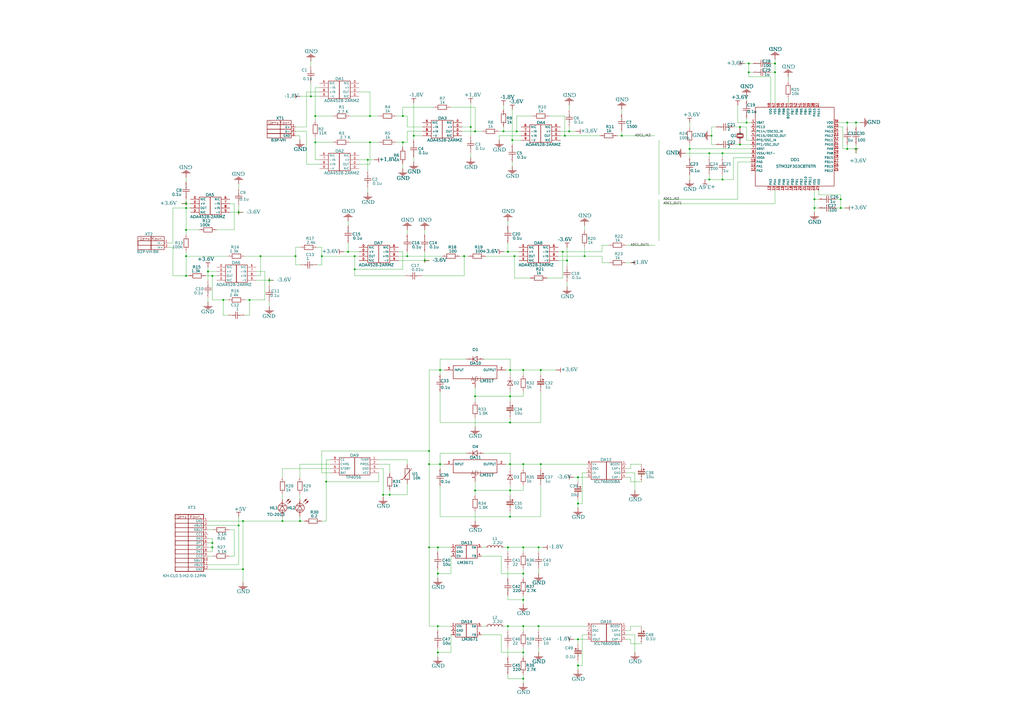
<source format=kicad_sch>
(kicad_sch (version 20250114) (generator "eeschema") (generator_version "9.0")
  (paper "A2")
  (title_block (title "Канал регистрации сигнала") (company "МГТУ им. Н.Э. Баумана") (comment 1 "БИГЕ.941319.001") (comment 2 "Ших "))
  (lib_symbols
    (symbol "+1,8V" (power) (pin_numbers (hide yes)) (pin_names (hide yes))
      (property "Value" "+1,8V" (at 0 -3.81 0))
      (symbol "+1,8V_0_0"
        (pin power_in line (at 0 0 270) (length 0) (name "+1,8V") (number "1"))
      )
    )
    (symbol "+1.8V" (power) (pin_numbers (hide yes)) (pin_names (hide yes))
      (property "Value" "+1.8V" (at 0 -3.81 0))
      (symbol "+1.8V_0_0"
        (pin power_in line (at 0 0 270) (length 0) (name "+1.8V") (number "1"))
      )
    )
    (symbol "+3,6V" (power) (pin_numbers (hide yes)) (pin_names (hide yes))
      (property "Value" "+3,6V" (at 0 -3.81 0))
      (symbol "+3,6V_0_0"
        (pin power_in line (at 0 0 270) (length 0) (name "+3,6V") (number "1"))
      )
    )
    (symbol "+3.6V" (power) (pin_numbers (hide yes)) (pin_names (hide yes))
      (property "Value" "+3.6V" (at 0 -3.81 0))
      (symbol "+3.6V_0_0"
        (pin power_in line (at 0 0 270) (length 0) (name "+3.6V") (number "1"))
      )
    )
    (symbol "+5V" (power) (pin_numbers (hide yes)) (pin_names (hide yes))
      (property "Value" "+5V" (at 0 -3.81 0))
      (symbol "+5V_0_0"
        (pin power_in line (at 0 0 270) (length 0) (name "+5V") (number "1"))
      )
    )
    (symbol "-1,8V" (power) (pin_numbers (hide yes)) (pin_names (hide yes))
      (property "Value" "-1,8V" (at 0 -3.81 0))
      (symbol "-1,8V_0_0"
        (pin power_in line (at 0 0 270) (length 0) (name "-1,8V") (number "1"))
      )
    )
    (symbol "-1.8V" (power) (pin_numbers (hide yes)) (pin_names (hide yes))
      (property "Value" "-1.8V" (at 0 -3.81 0))
      (symbol "-1.8V_0_0"
        (pin power_in line (at 0 0 270) (length 0) (name "-1.8V") (number "1"))
      )
    )
    (symbol "-3,6V" (power) (pin_numbers (hide yes)) (pin_names (hide yes))
      (property "Value" "-3,6V" (at 0 -3.81 0))
      (symbol "-3,6V_0_0"
        (pin power_in line (at 0 0 270) (length 0) (name "-3,6V") (number "1"))
      )
    )
    (symbol "-3.6V" (power) (pin_numbers (hide yes)) (pin_names (hide yes))
      (property "Value" "-3.6V" (at 0 -3.81 0))
      (symbol "-3.6V_0_0"
        (pin power_in line (at 0 0 270) (length 0) (name "-3.6V") (number "1"))
      )
    )
    (symbol "1N4007W"
      (property "Reference" "D1" (at -1.4986 6.2611 0))
      (symbol "1N4007W_0_0"
        (pin unspecified line (at -5.08 0 0) (length 3.81) (name "1") (number "1"))
        (pin unspecified line (at 5.08 0 180) (length 3.81) (name "2") (number "2"))
      )
    )
    (symbol "1N4007W_1"
      (property "Reference" "D2" (at 2.032 0.9017 0))
      (symbol "1N4007W_1_0_0"
        (pin unspecified line (at 0 5.08 270) (length 3.81) (name "1") (number "1"))
        (pin unspecified line (at 0 -5.08 90) (length 3.81) (name "2") (number "2"))
      )
    )
    (symbol "1N4007W_2"
      (property "Reference" "D3" (at 2.032 0.9017 0))
      (symbol "1N4007W_2_0_0"
        (pin unspecified line (at 0 5.08 270) (length 3.81) (name "1") (number "1"))
        (pin unspecified line (at 0 -5.08 90) (length 3.81) (name "2") (number "2"))
      )
    )
    (symbol "1N4007W_3"
      (property "Reference" "D4" (at -1.4986 4.6355 0))
      (symbol "1N4007W_3_0_0"
        (pin unspecified line (at -5.08 0 0) (length 3.81) (name "1") (number "1"))
        (pin unspecified line (at 5.08 0 180) (length 3.81) (name "2") (number "2"))
      )
    )
    (symbol "ADA4528-2ARMZ"
      (property "Reference" "DA1" (at -2.286 7.1755 0))
      (property "Value" "ADA4528-2ARMZ" (at -9.4488 -5.4483 0))
      (symbol "ADA4528-2ARMZ_0_0"
        (pin unspecified line (at -11.43 3.81 0) (length 5.08) (name "NIC") (number "6"))
        (pin unspecified line (at -11.43 1.27 0) (length 5.08) (name "-IN") (number "7"))
        (pin unspecified line (at -11.43 -1.27 0) (length 5.08) (name "+IN") (number "8"))
        (pin unspecified line (at -11.43 -3.81 0) (length 5.08) (name "-V") (number "9"))
        (pin unspecified line (at 11.43 3.81 180) (length 5.08) (name "NIC") (number "0"))
        (pin unspecified line (at 11.43 1.27 180) (length 5.08) (name "+V") (number "0"))
        (pin unspecified line (at 11.43 -1.27 180) (length 5.08) (name "OUT") (number "0"))
        (pin unspecified line (at 11.43 -3.81 180) (length 5.08) (name "NIC") (number "0"))
      )
    )
    (symbol "ADA4528-2ARMZ_1"
      (property "Reference" "DA2" (at -2.286 7.1755 0))
      (property "Value" "ADA4528-2ARMZ" (at -9.4234 -5.4991 0))
      (symbol "ADA4528-2ARMZ_1_0_0"
        (pin unspecified line (at -11.43 3.81 0) (length 5.08) (name "NIC") (number "6"))
        (pin unspecified line (at -11.43 1.27 0) (length 5.08) (name "-IN") (number "7"))
        (pin unspecified line (at -11.43 -1.27 0) (length 5.08) (name "+IN") (number "8"))
        (pin unspecified line (at -11.43 -3.81 0) (length 5.08) (name "-V") (number "9"))
        (pin unspecified line (at 11.43 3.81 180) (length 5.08) (name "NIC") (number "0"))
        (pin unspecified line (at 11.43 1.27 180) (length 5.08) (name "+V") (number "0"))
        (pin unspecified line (at 11.43 -1.27 180) (length 5.08) (name "OUT") (number "0"))
        (pin unspecified line (at 11.43 -3.81 180) (length 5.08) (name "NIC") (number "0"))
      )
    )
    (symbol "ADA4528-2ARMZ_2"
      (property "Reference" "DA3" (at -2.286 7.1755 0))
      (property "Value" "ADA4528-2ARMZ" (at -9.4234 -5.4991 0))
      (symbol "ADA4528-2ARMZ_2_0_0"
        (pin unspecified line (at -11.43 3.81 0) (length 5.08) (name "NIC") (number "6"))
        (pin unspecified line (at -11.43 1.27 0) (length 5.08) (name "-IN") (number "7"))
        (pin unspecified line (at -11.43 -1.27 0) (length 5.08) (name "+IN") (number "8"))
        (pin unspecified line (at -11.43 -3.81 0) (length 5.08) (name "-V") (number "9"))
        (pin unspecified line (at 11.43 3.81 180) (length 5.08) (name "NIC") (number "0"))
        (pin unspecified line (at 11.43 1.27 180) (length 5.08) (name "+V") (number "0"))
        (pin unspecified line (at 11.43 -1.27 180) (length 5.08) (name "OUT") (number "0"))
        (pin unspecified line (at 11.43 -3.81 180) (length 5.08) (name "NIC") (number "0"))
      )
    )
    (symbol "ADA4528-2ARMZ_3"
      (property "Reference" "DA4" (at -2.286 7.1755 0))
      (property "Value" "ADA4528-2ARMZ" (at -9.4234 -5.4991 0))
      (symbol "ADA4528-2ARMZ_3_0_0"
        (pin unspecified line (at -11.43 3.81 0) (length 5.08) (name "NIC") (number "6"))
        (pin unspecified line (at -11.43 1.27 0) (length 5.08) (name "-IN") (number "7"))
        (pin unspecified line (at -11.43 -1.27 0) (length 5.08) (name "+IN") (number "8"))
        (pin unspecified line (at -11.43 -3.81 0) (length 5.08) (name "-V") (number "9"))
        (pin unspecified line (at 11.43 3.81 180) (length 5.08) (name "NIC") (number "0"))
        (pin unspecified line (at 11.43 1.27 180) (length 5.08) (name "+V") (number "0"))
        (pin unspecified line (at 11.43 -1.27 180) (length 5.08) (name "OUT") (number "0"))
        (pin unspecified line (at 11.43 -3.81 180) (length 5.08) (name "NIC") (number "0"))
      )
    )
    (symbol "ADA4528-2ARMZ_4"
      (property "Reference" "DA5" (at 2.286 7.1755 0))
      (property "Value" "ADA4528-2ARMZ" (at 9.4234 -5.4991 0))
      (symbol "ADA4528-2ARMZ_4_0_0"
        (pin unspecified line (at -11.43 3.81 0) (length 5.08) (name "NIC") (number "0"))
        (pin unspecified line (at -11.43 1.27 0) (length 5.08) (name "+V") (number "0"))
        (pin unspecified line (at -11.43 -1.27 0) (length 5.08) (name "OUT") (number "0"))
        (pin unspecified line (at -11.43 -3.81 0) (length 5.08) (name "NIC") (number "0"))
        (pin unspecified line (at 11.43 3.81 180) (length 5.08) (name "NIC") (number "6"))
        (pin unspecified line (at 11.43 1.27 180) (length 5.08) (name "-IN") (number "7"))
        (pin unspecified line (at 11.43 -1.27 180) (length 5.08) (name "+IN") (number "8"))
        (pin unspecified line (at 11.43 -3.81 180) (length 5.08) (name "-V") (number "9"))
      )
    )
    (symbol "ADA4528-2ARMZ_5"
      (property "Reference" "DA6" (at 2.286 7.1755 0))
      (property "Value" "ADA4528-2ARMZ" (at 9.4234 -5.4991 0))
      (symbol "ADA4528-2ARMZ_5_0_0"
        (pin unspecified line (at -11.43 3.81 0) (length 5.08) (name "NIC") (number "0"))
        (pin unspecified line (at -11.43 1.27 0) (length 5.08) (name "+V") (number "0"))
        (pin unspecified line (at -11.43 -1.27 0) (length 5.08) (name "OUT") (number "0"))
        (pin unspecified line (at -11.43 -3.81 0) (length 5.08) (name "NIC") (number "0"))
        (pin unspecified line (at 11.43 3.81 180) (length 5.08) (name "NIC") (number "6"))
        (pin unspecified line (at 11.43 1.27 180) (length 5.08) (name "-IN") (number "7"))
        (pin unspecified line (at 11.43 -1.27 180) (length 5.08) (name "+IN") (number "8"))
        (pin unspecified line (at 11.43 -3.81 180) (length 5.08) (name "-V") (number "9"))
      )
    )
    (symbol "ADA4528-2ARMZ_6"
      (property "Reference" "DA7" (at 2.286 7.1755 0))
      (property "Value" "ADA4528-2ARMZ" (at 9.4234 -5.4991 0))
      (symbol "ADA4528-2ARMZ_6_0_0"
        (pin unspecified line (at -11.43 3.81 0) (length 5.08) (name "NIC") (number "0"))
        (pin unspecified line (at -11.43 1.27 0) (length 5.08) (name "+V") (number "0"))
        (pin unspecified line (at -11.43 -1.27 0) (length 5.08) (name "OUT") (number "0"))
        (pin unspecified line (at -11.43 -3.81 0) (length 5.08) (name "NIC") (number "0"))
        (pin unspecified line (at 11.43 3.81 180) (length 5.08) (name "NIC") (number "6"))
        (pin unspecified line (at 11.43 1.27 180) (length 5.08) (name "-IN") (number "7"))
        (pin unspecified line (at 11.43 -1.27 180) (length 5.08) (name "+IN") (number "8"))
        (pin unspecified line (at 11.43 -3.81 180) (length 5.08) (name "-V") (number "9"))
      )
    )
    (symbol "ADA4528-2ARMZ_7"
      (property "Reference" "DA8" (at 2.286 7.1755 0))
      (property "Value" "ADA4528-2ARMZ" (at 9.4234 -5.4991 0))
      (symbol "ADA4528-2ARMZ_7_0_0"
        (pin unspecified line (at -11.43 3.81 0) (length 5.08) (name "NIC") (number "0"))
        (pin unspecified line (at -11.43 1.27 0) (length 5.08) (name "+V") (number "0"))
        (pin unspecified line (at -11.43 -1.27 0) (length 5.08) (name "OUT") (number "0"))
        (pin unspecified line (at -11.43 -3.81 0) (length 5.08) (name "NIC") (number "0"))
        (pin unspecified line (at 11.43 3.81 180) (length 5.08) (name "NIC") (number "6"))
        (pin unspecified line (at 11.43 1.27 180) (length 5.08) (name "-IN") (number "7"))
        (pin unspecified line (at 11.43 -1.27 180) (length 5.08) (name "+IN") (number "8"))
        (pin unspecified line (at 11.43 -3.81 180) (length 5.08) (name "-V") (number "9"))
      )
    )
    (symbol "B2P-VH-BK(LF)(SN)"
      (property "Reference" "XT2" (at 0.9652 5.9309 0))
      (property "Value" "B2P-VH-BK" (at 6.2484 -4.1783 0))
      (symbol "B2P-VH-BK(LF)(SN)_0_0"
        (text "Цепь" (at -6.8326 3.4671 0) (effects (font (size 1.6891 1.6891)) (justify left top)))
        (text "Конт." (at 0.2032 3.4671 0) (effects (font (size 1.6891 1.6891)) (justify left top)))
        (pin unspecified line (at 10.16 0 180) (length 2.54) (name "In-") (number "1"))
        (pin unspecified line (at 10.16 -2.54 180) (length 2.54) (name "In+") (number "2"))
      )
    )
    (symbol "B3P-VH (LF)(SN)"
      (property "Reference" "XT1" (at 0.9398 8.4455 0))
      (property "Value" "B3P-VH" (at 2.9972 -4.2037 0))
      (symbol "B3P-VH (LF)(SN)_0_0"
        (text "Цепь" (at -2.032 6.0071 0) (effects (font (size 1.6891 1.6891)) (justify right top)))
        (text "Конт." (at 5.08 6.0071 0) (effects (font (size 1.6891 1.6891)) (justify right top)))
        (pin unspecified line (at 7.62 2.54 180) (length 2.54) (name "U+") (number "1"))
        (pin unspecified line (at 7.62 0 180) (length 2.54) (name "U-") (number "2"))
        (pin unspecified line (at 7.62 -2.54 180) (length 2.54) (name "GND") (number "3"))
      )
    )
    (symbol "C_0603_US"
      (property "Reference" "C1" (at -5.3086 3.3909 0))
      (property "Value" "0.1u" (at -4.826 -1.6637 0))
      (symbol "C_0603_US_0_0"
        (pin unspecified line (at 0 5.08 270) (length 2.54) (name "2") (number "2"))
        (pin unspecified line (at 0 -5.08 90) (length 2.54) (name "1") (number "1"))
      )
    )
    (symbol "C_0603_US_1"
      (property "Reference" "C2" (at 2.54 0.8763 0))
      (property "Value" "0.1u" (at 2.54 -1.4097 0))
      (symbol "C_0603_US_1_0_0"
        (pin unspecified line (at 0 5.08 270) (length 2.54) (name "2") (number "2"))
        (pin unspecified line (at 0 -5.08 90) (length 2.54) (name "1") (number "1"))
      )
    )
    (symbol "C_0603_US_10"
      (property "Reference" "C11" (at 5.8928 2.1463 0))
      (property "Value" "0.1u" (at 6.096 -0.3683 0))
      (symbol "C_0603_US_10_0_0"
        (pin unspecified line (at 0 5.08 270) (length 2.54) (name "2") (number "2"))
        (pin unspecified line (at 0 -5.08 90) (length 2.54) (name "1") (number "1"))
      )
    )
    (symbol "C_0603_US_11"
      (property "Reference" "C12" (at 1.4986 6.7945 0))
      (property "Value" "1" (at 1.4986 4.4831 0))
      (symbol "C_0603_US_11_0_0"
        (pin unspecified line (at -5.08 0 0) (length 2.54) (name "1") (number "1"))
        (pin unspecified line (at 5.08 0 180) (length 2.54) (name "2") (number "2"))
      )
    )
    (symbol "C_0603_US_12"
      (property "Reference" "C13" (at -1.4986 6.7691 0))
      (property "Value" "1" (at -1.4986 4.4831 0))
      (symbol "C_0603_US_12_0_0"
        (pin unspecified line (at -5.08 0 0) (length 2.54) (name "1") (number "1"))
        (pin unspecified line (at 5.08 0 180) (length 2.54) (name "2") (number "2"))
      )
    )
    (symbol "C_0603_US_13"
      (property "Reference" "C14" (at 2.54 0.9017 0))
      (property "Value" "0.1u" (at 2.54 -1.4097 0))
      (symbol "C_0603_US_13_0_0"
        (pin unspecified line (at 0 5.08 270) (length 2.54) (name "1") (number "1"))
        (pin unspecified line (at 0 -5.08 90) (length 2.54) (name "2") (number "2"))
      )
    )
    (symbol "C_0603_US_14"
      (property "Reference" "C15" (at 2.54 0.9017 0))
      (property "Value" "0.1u" (at 2.54 -1.4097 0))
      (symbol "C_0603_US_14_0_0"
        (pin unspecified line (at 0 5.08 270) (length 2.54) (name "2") (number "2"))
        (pin unspecified line (at 0 -5.08 90) (length 2.54) (name "1") (number "1"))
      )
    )
    (symbol "C_0603_US_15"
      (property "Reference" "C16" (at 2.54 0.9017 0))
      (property "Value" "0.1u" (at 2.54 -1.4097 0))
      (symbol "C_0603_US_15_0_0"
        (pin unspecified line (at 0 5.08 270) (length 2.54) (name "2") (number "2"))
        (pin unspecified line (at 0 -5.08 90) (length 2.54) (name "1") (number "1"))
      )
    )
    (symbol "C_0603_US_16"
      (property "Reference" "C17" (at -1.4986 6.7945 0))
      (property "Value" "0.01u" (at -1.4986 4.4831 0))
      (symbol "C_0603_US_16_0_0"
        (pin unspecified line (at -5.08 0 0) (length 2.54) (name "1") (number "1"))
        (pin unspecified line (at 5.08 0 180) (length 2.54) (name "2") (number "2"))
      )
    )
    (symbol "C_0603_US_17"
      (property "Reference" "C18" (at 2.54 0.9017 0))
      (property "Value" "0.1u" (at 2.54 -1.4097 0))
      (symbol "C_0603_US_17_0_0"
        (pin unspecified line (at 0 5.08 270) (length 2.54) (name "1") (number "1"))
        (pin unspecified line (at 0 -5.08 90) (length 2.54) (name "2") (number "2"))
      )
    )
    (symbol "C_0603_US_18"
      (property "Reference" "C20" (at 2.54 0.9017 0))
      (property "Value" "0.1u" (at 2.54 -1.4097 0))
      (symbol "C_0603_US_18_0_0"
        (pin unspecified line (at 0 5.08 270) (length 2.54) (name "2") (number "2"))
        (pin unspecified line (at 0 -5.08 90) (length 2.54) (name "1") (number "1"))
      )
    )
    (symbol "C_0603_US_19"
      (property "Reference" "C19" (at 0.3556 3.3909 0))
      (property "Value" "0.1u" (at 0.2286 -0.3937 0))
      (symbol "C_0603_US_19_0_0"
        (pin unspecified line (at 0 5.08 270) (length 2.54) (name "2") (number "2"))
        (pin unspecified line (at 0 -5.08 90) (length 2.54) (name "1") (number "1"))
      )
    )
    (symbol "C_0603_US_2"
      (property "Reference" "C3" (at 2.54 0.8763 0))
      (property "Value" "0.1u" (at 2.54 -1.4097 0))
      (symbol "C_0603_US_2_0_0"
        (pin unspecified line (at 0 5.08 270) (length 2.54) (name "2") (number "2"))
        (pin unspecified line (at 0 -5.08 90) (length 2.54) (name "1") (number "1"))
      )
    )
    (symbol "C_0603_US_20"
      (property "Reference" "C21" (at 1.6256 2.1209 0))
      (property "Value" "2" (at 1.4986 -0.3937 0))
      (symbol "C_0603_US_20_0_0"
        (pin unspecified line (at -5.08 0 0) (length 2.54) (name "1") (number "1"))
        (pin unspecified line (at 5.08 0 180) (length 2.54) (name "2") (number "2"))
      )
    )
    (symbol "C_0603_US_21"
      (property "Reference" "C22" (at 1.6256 2.1209 0))
      (property "Value" "2" (at 1.4986 -0.3937 0))
      (symbol "C_0603_US_21_0_0"
        (pin unspecified line (at -5.08 0 0) (length 2.54) (name "1") (number "1"))
        (pin unspecified line (at 5.08 0 180) (length 2.54) (name "2") (number "2"))
      )
    )
    (symbol "C_0603_US_22"
      (property "Reference" "C23" (at 0.3556 2.1463 0))
      (property "Value" "0.1u" (at 0.2286 -1.6383 0))
      (symbol "C_0603_US_22_0_0"
        (pin unspecified line (at 0 5.08 270) (length 2.54) (name "2") (number "2"))
        (pin unspecified line (at 0 -5.08 90) (length 2.54) (name "1") (number "1"))
      )
    )
    (symbol "C_0603_US_23"
      (property "Reference" "C24" (at 0.3556 2.1463 0))
      (property "Value" "100" (at 0.2286 -0.3683 0))
      (symbol "C_0603_US_23_0_0"
        (pin unspecified line (at 0 5.08 270) (length 2.54) (name "2") (number "2"))
        (pin unspecified line (at 0 -5.08 90) (length 2.54) (name "1") (number "1"))
      )
    )
    (symbol "C_0603_US_24"
      (property "Reference" "C25" (at 0.3556 2.1463 0))
      (property "Value" "1u" (at 0.2286 -1.6383 0))
      (symbol "C_0603_US_24_0_0"
        (pin unspecified line (at 0 5.08 270) (length 2.54) (name "2") (number "2"))
        (pin unspecified line (at 0 -5.08 90) (length 2.54) (name "1") (number "1"))
      )
    )
    (symbol "C_0603_US_25"
      (property "Reference" "C26" (at 1.6256 2.0955 0))
      (property "Value" "1u" (at 1.2192 -0.4191 0))
      (symbol "C_0603_US_25_0_0"
        (pin unspecified line (at -5.08 0 0) (length 2.54) (name "2") (number "2"))
        (pin unspecified line (at 5.08 0 180) (length 2.54) (name "1") (number "1"))
      )
    )
    (symbol "C_0603_US_26"
      (property "Reference" "C27" (at 0.3556 2.1209 0))
      (property "Value" "100" (at 0.5588 -0.3937 0))
      (symbol "C_0603_US_26_0_0"
        (pin unspecified line (at -5.08 0 0) (length 2.54) (name "2") (number "2"))
        (pin unspecified line (at 5.08 0 180) (length 2.54) (name "1") (number "1"))
      )
    )
    (symbol "C_0603_US_27"
      (property "Reference" "C28" (at 0.3556 2.1209 0))
      (property "Value" "100" (at 0.5588 -0.3937 0))
      (symbol "C_0603_US_27_0_0"
        (pin unspecified line (at -5.08 0 0) (length 2.54) (name "1") (number "1"))
        (pin unspecified line (at 5.08 0 180) (length 2.54) (name "2") (number "2"))
      )
    )
    (symbol "C_0603_US_28"
      (property "Reference" "C29" (at 0.3556 2.1209 0))
      (property "Value" "1u" (at 1.2192 -0.3937 0))
      (symbol "C_0603_US_28_0_0"
        (pin unspecified line (at -5.08 0 0) (length 2.54) (name "1") (number "1"))
        (pin unspecified line (at 5.08 0 180) (length 2.54) (name "2") (number "2"))
      )
    )
    (symbol "C_0603_US_29"
      (property "Reference" "C30" (at 0.3556 2.1463 0))
      (property "Value" "100" (at 0.5588 -1.6383 0))
      (symbol "C_0603_US_29_0_0"
        (pin unspecified line (at 0 5.08 270) (length 2.54) (name "2") (number "2"))
        (pin unspecified line (at 0 -5.08 90) (length 2.54) (name "1") (number "1"))
      )
    )
    (symbol "C_0603_US_3"
      (property "Reference" "C4" (at 2.54 0.8763 0))
      (property "Value" "0.1u" (at 2.54 -1.4097 0))
      (symbol "C_0603_US_3_0_0"
        (pin unspecified line (at 0 5.08 270) (length 2.54) (name "2") (number "2"))
        (pin unspecified line (at 0 -5.08 90) (length 2.54) (name "1") (number "1"))
      )
    )
    (symbol "C_0603_US_30"
      (property "Reference" "C31" (at 0.3556 2.1463 0))
      (property "Value" "1u" (at -0.0254 -1.6383 0))
      (symbol "C_0603_US_30_0_0"
        (pin unspecified line (at 0 5.08 270) (length 2.54) (name "2") (number "2"))
        (pin unspecified line (at 0 -5.08 90) (length 2.54) (name "1") (number "1"))
      )
    )
    (symbol "C_0603_US_31"
      (property "Reference" "C33" (at 0.3556 2.1209 0))
      (property "Value" "0.1u" (at 0.2286 -1.6637 0))
      (symbol "C_0603_US_31_0_0"
        (pin unspecified line (at 0 5.08 270) (length 2.54) (name "2") (number "2"))
        (pin unspecified line (at 0 -5.08 90) (length 2.54) (name "1") (number "1"))
      )
    )
    (symbol "C_0603_US_32"
      (property "Reference" "C36" (at 0.3556 2.1209 0))
      (property "Value" "0.1u" (at 0.2286 -1.6637 0))
      (symbol "C_0603_US_32_0_0"
        (pin unspecified line (at 0 5.08 270) (length 2.54) (name "2") (number "2"))
        (pin unspecified line (at 0 -5.08 90) (length 2.54) (name "1") (number "1"))
      )
    )
    (symbol "C_0603_US_33"
      (property "Reference" "C40" (at 2.54 0.8763 0))
      (property "Value" "10u" (at 2.54 -1.4097 0))
      (symbol "C_0603_US_33_0_0"
        (pin unspecified line (at 0 5.08 270) (length 2.54) (name "2") (number "2"))
        (pin unspecified line (at 0 -5.08 90) (length 2.54) (name "1") (number "1"))
      )
    )
    (symbol "C_0603_US_34"
      (property "Reference" "C41" (at 2.54 0.9017 0))
      (property "Value" "22" (at 2.54 -1.4097 0))
      (symbol "C_0603_US_34_0_0"
        (pin unspecified line (at 0 5.08 270) (length 2.54) (name "2") (number "2"))
        (pin unspecified line (at 0 -5.08 90) (length 2.54) (name "1") (number "1"))
      )
    )
    (symbol "C_0603_US_35"
      (property "Reference" "C42" (at 2.54 0.9017 0))
      (property "Value" "220" (at 2.54 -1.4097 0))
      (symbol "C_0603_US_35_0_0"
        (pin unspecified line (at 0 5.08 270) (length 2.54) (name "2") (number "2"))
        (pin unspecified line (at 0 -5.08 90) (length 2.54) (name "1") (number "1"))
      )
    )
    (symbol "C_0603_US_36"
      (property "Reference" "C43" (at 2.54 0.9017 0))
      (property "Value" "10" (at 2.54 -1.4097 0))
      (symbol "C_0603_US_36_0_0"
        (pin unspecified line (at 0 5.08 270) (length 2.54) (name "2") (number "2"))
        (pin unspecified line (at 0 -5.08 90) (length 2.54) (name "1") (number "1"))
      )
    )
    (symbol "C_0603_US_37"
      (property "Reference" "C44" (at 2.54 0.9017 0))
      (property "Value" "10" (at 2.54 -1.4097 0))
      (symbol "C_0603_US_37_0_0"
        (pin unspecified line (at 0 5.08 270) (length 2.54) (name "2") (number "2"))
        (pin unspecified line (at 0 -5.08 90) (length 2.54) (name "1") (number "1"))
      )
    )
    (symbol "C_0603_US_38"
      (property "Reference" "C45" (at 2.54 0.9017 0))
      (property "Value" "220" (at 2.54 -1.4097 0))
      (symbol "C_0603_US_38_0_0"
        (pin unspecified line (at 0 5.08 270) (length 2.54) (name "2") (number "2"))
        (pin unspecified line (at 0 -5.08 90) (length 2.54) (name "1") (number "1"))
      )
    )
    (symbol "C_0603_US_39"
      (property "Reference" "C46" (at 2.54 0.9017 0))
      (property "Value" "22" (at 2.54 -1.4097 0))
      (symbol "C_0603_US_39_0_0"
        (pin unspecified line (at 0 5.08 270) (length 2.54) (name "2") (number "2"))
        (pin unspecified line (at 0 -5.08 90) (length 2.54) (name "1") (number "1"))
      )
    )
    (symbol "C_0603_US_4"
      (property "Reference" "C5" (at 2.54 0.9017 0))
      (property "Value" "0.1u" (at 2.54 -1.4097 0))
      (symbol "C_0603_US_4_0_0"
        (pin unspecified line (at 0 5.08 270) (length 2.54) (name "2") (number "2"))
        (pin unspecified line (at 0 -5.08 90) (length 2.54) (name "1") (number "1"))
      )
    )
    (symbol "C_0603_US_40"
      (property "Reference" "C47" (at 2.54 0.8763 0))
      (property "Value" "10u" (at 2.54 -1.4097 0))
      (symbol "C_0603_US_40_0_0"
        (pin unspecified line (at 0 5.08 270) (length 2.54) (name "2") (number "2"))
        (pin unspecified line (at 0 -5.08 90) (length 2.54) (name "1") (number "1"))
      )
    )
    (symbol "C_0603_US_5"
      (property "Reference" "C6" (at 2.54 0.9017 0))
      (property "Value" "0.1u" (at 2.54 -1.4097 0))
      (symbol "C_0603_US_5_0_0"
        (pin unspecified line (at 0 5.08 270) (length 2.54) (name "2") (number "2"))
        (pin unspecified line (at 0 -5.08 90) (length 2.54) (name "1") (number "1"))
      )
    )
    (symbol "C_0603_US_6"
      (property "Reference" "C7" (at 2.54 0.9017 0))
      (property "Value" "1500" (at 2.54 -1.4097 0))
      (symbol "C_0603_US_6_0_0"
        (pin unspecified line (at 0 5.08 270) (length 2.54) (name "2") (number "2"))
        (pin unspecified line (at 0 -5.08 90) (length 2.54) (name "1") (number "1"))
      )
    )
    (symbol "C_0603_US_7"
      (property "Reference" "C8" (at -2.54 0.9017 0))
      (property "Value" "0.1u" (at -2.54 -1.4097 0))
      (symbol "C_0603_US_7_0_0"
        (pin unspecified line (at 0 5.08 270) (length 2.54) (name "2") (number "2"))
        (pin unspecified line (at 0 -5.08 90) (length 2.54) (name "1") (number "1"))
      )
    )
    (symbol "C_0603_US_8"
      (property "Reference" "C9" (at 4.0386 3.4163 0))
      (property "Value" "0.1u" (at 6.096 -0.3683 0))
      (symbol "C_0603_US_8_0_0"
        (pin unspecified line (at 0 5.08 270) (length 2.54) (name "2") (number "2"))
        (pin unspecified line (at 0 -5.08 90) (length 2.54) (name "1") (number "1"))
      )
    )
    (symbol "C_0603_US_9"
      (property "Reference" "C10" (at -2.54 0.8763 0))
      (property "Value" "0.1u" (at -2.54 -1.4097 0))
      (symbol "C_0603_US_9_0_0"
        (pin unspecified line (at 0 5.08 270) (length 2.54) (name "1") (number "1"))
        (pin unspecified line (at 0 -5.08 90) (length 2.54) (name "2") (number "2"))
      )
    )
    (symbol "C_Tan_SMD_C_EU"
      (property "Reference" "C32" (at 2.3368 0.8763 0))
      (property "Value" "1u" (at 2.3368 -1.4097 0))
      (symbol "C_Tan_SMD_C_EU_0_0"
        (pin unspecified line (at 0 5.08 270) (length 2.54) (name "1") (number "1"))
        (pin unspecified line (at 0 -5.08 90) (length 2.54) (name "2") (number "2"))
      )
    )
    (symbol "C_Tan_SMD_C_EU_1"
      (property "Reference" "C34" (at 2.3368 0.8509 0))
      (property "Value" "10u" (at 2.3368 -1.3843 0))
      (symbol "C_Tan_SMD_C_EU_1_0_0"
        (pin unspecified line (at 0 5.08 270) (length 2.54) (name "1") (number "1"))
        (pin unspecified line (at 0 -5.08 90) (length 2.54) (name "2") (number "2"))
      )
    )
    (symbol "C_Tan_SMD_C_EU_2"
      (property "Reference" "C35" (at 2.3368 0.8509 0))
      (property "Value" "10u" (at 2.3368 -1.3843 0))
      (symbol "C_Tan_SMD_C_EU_2_0_0"
        (pin unspecified line (at 0 5.08 270) (length 2.54) (name "1") (number "1"))
        (pin unspecified line (at 0 -5.08 90) (length 2.54) (name "2") (number "2"))
      )
    )
    (symbol "C_Tan_SMD_C_EU_3"
      (property "Reference" "C37" (at 2.3368 0.8763 0))
      (property "Value" "1u" (at 2.3368 -1.4097 0))
      (symbol "C_Tan_SMD_C_EU_3_0_0"
        (pin unspecified line (at 0 5.08 270) (length 2.54) (name "1") (number "1"))
        (pin unspecified line (at 0 -5.08 90) (length 2.54) (name "2") (number "2"))
      )
    )
    (symbol "C_Tan_SMD_C_EU_4"
      (property "Reference" "C38" (at 2.3368 0.8763 0))
      (property "Value" "10u" (at 2.3368 -1.4097 0))
      (symbol "C_Tan_SMD_C_EU_4_0_0"
        (pin unspecified line (at 0 5.08 270) (length 2.54) (name "1") (number "1"))
        (pin unspecified line (at 0 -5.08 90) (length 2.54) (name "2") (number "2"))
      )
    )
    (symbol "C_Tan_SMD_C_EU_5"
      (property "Reference" "C39" (at -4.699 3.3909 0))
      (property "Value" "10u" (at -4.4958 -1.6637 0))
      (symbol "C_Tan_SMD_C_EU_5_0_0"
        (pin unspecified line (at 0 5.08 270) (length 2.54) (name "1") (number "1"))
        (pin unspecified line (at 0 -5.08 90) (length 2.54) (name "2") (number "2"))
      )
    )
    (symbol "C_Tan_SMD_C_EU_6"
      (property "Reference" "C48" (at 2.3368 0.8763 0))
      (property "Value" "0.1U" (at 2.3368 -1.4097 0))
      (symbol "C_Tan_SMD_C_EU_6_0_0"
        (pin unspecified line (at 0 5.08 270) (length 2.54) (name "1") (number "1"))
        (pin unspecified line (at 0 -5.08 90) (length 2.54) (name "2") (number "2"))
      )
    )
    (symbol "C_Tan_SMD_C_EU_7"
      (property "Reference" "C49" (at -2.8956 3.3909 0))
      (property "Value" "0.1U" (at -1.2954 -1.6637 0))
      (symbol "C_Tan_SMD_C_EU_7_0_0"
        (pin unspecified line (at 0 5.08 270) (length 2.54) (name "1") (number "1"))
        (pin unspecified line (at 0 -5.08 90) (length 2.54) (name "2") (number "2"))
      )
    )
    (symbol "GND" (power) (pin_numbers (hide yes)) (pin_names (hide yes))
      (property "Value" "GND" (at 0 -6.35 0))
      (symbol "GND_0_0"
        (pin power_in line (at 0 0 270) (length 0) (name "GND") (number "1"))
      )
    )
    (symbol "HC-49SMD-XTAL_MD"
      (property "Reference" "Q1" (at -5.3848 0.8763 0))
      (symbol "HC-49SMD-XTAL_MD_0_0"
        (pin input line (at 0 5.08 270) (length 2.54) (name "OSC1") (number "1"))
        (pin input line (at 0 -5.08 90) (length 2.54) (name "OSC2") (number "2"))
      )
    )
    (symbol "ICL7660SIBA"
      (property "Reference" "DA12" (at 2.9464 7.2009 0))
      (property "Value" "ICL7660SIBA" (at 8.4328 -5.4737 0))
      (symbol "ICL7660SIBA_0_0"
        (pin unspecified line (at -11.43 3.81 0) (length 2.54) (name "V+") (number "8"))
        (pin unspecified line (at -11.43 1.27 0) (length 2.54) (name "OSC") (number "7"))
        (pin unspecified line (at -11.43 -1.27 0) (length 2.54) (name "LV") (number "6"))
        (pin unspecified line (at -11.43 -3.81 0) (length 2.54) (name "VOUT") (number "5"))
        (pin unspecified line (at 11.43 3.81 180) (length 2.54) (name "BOOST") (number "1"))
        (pin unspecified line (at 11.43 1.27 180) (length 2.54) (name "CAP+") (number "2"))
        (pin unspecified line (at 11.43 -1.27 180) (length 2.54) (name "GND") (number "3"))
        (pin unspecified line (at 11.43 -3.81 180) (length 2.54) (name "CAP-") (number "4"))
      )
    )
    (symbol "ICL7660SIBA_1"
      (property "Reference" "DA16" (at 2.9464 7.2009 0))
      (property "Value" "ICL7660SIBA" (at 8.4328 -5.4737 0))
      (symbol "ICL7660SIBA_1_0_0"
        (pin unspecified line (at -11.43 3.81 0) (length 2.54) (name "V+") (number "8"))
        (pin unspecified line (at -11.43 1.27 0) (length 2.54) (name "OSC") (number "7"))
        (pin unspecified line (at -11.43 -1.27 0) (length 2.54) (name "LV") (number "6"))
        (pin unspecified line (at -11.43 -3.81 0) (length 2.54) (name "VOUT") (number "5"))
        (pin unspecified line (at 11.43 3.81 180) (length 2.54) (name "BOOST") (number "1"))
        (pin unspecified line (at 11.43 1.27 180) (length 2.54) (name "CAP+") (number "2"))
        (pin unspecified line (at 11.43 -1.27 180) (length 2.54) (name "GND") (number "3"))
        (pin unspecified line (at 11.43 -3.81 180) (length 2.54) (name "CAP-") (number "4"))
      )
    )
    (symbol "KH-CL0.5-H2.0-12PIN"
      (property "Reference" "XT3" (at -2.159 22.6441 0))
      (property "Value" "KH-CL0.5-H2.0-12PIN" (at 6.7056 -16.9037 0))
      (symbol "KH-CL0.5-H2.0-12PIN_0_0"
        (text "Цепь" (at -7.112 17.4371 0) (effects (font (size 1.6891 1.6891)) (justify right top)))
        (text "Конт." (at 1.27 17.4371 0) (effects (font (size 1.6891 1.6891)) (justify right top)))
        (pin unspecified line (at 5.08 13.97 180) (length 2.54) (name "GND") (number "1"))
        (pin unspecified line (at 5.08 11.43 180) (length 2.54) (name "VBUS") (number "2"))
        (pin unspecified line (at 5.08 8.89 180) (length 2.54) (name "SBU2") (number "3"))
        (pin unspecified line (at 5.08 6.35 180) (length 2.54) (name "CC1") (number "4"))
        (pin unspecified line (at 5.08 3.81 180) (length 2.54) (name "DN2") (number "5"))
        (pin unspecified line (at 5.08 1.27 180) (length 2.54) (name "DP1") (number "6"))
        (pin unspecified line (at 5.08 -1.27 180) (length 2.54) (name "DP2") (number "7"))
        (pin unspecified line (at 5.08 -3.81 180) (length 2.54) (name "DN1") (number "8"))
        (pin unspecified line (at 5.08 -6.35 180) (length 2.54) (name "CC2") (number "9"))
        (pin unspecified line (at 5.08 -8.89 180) (length 2.54) (name "SBU1") (number "10"))
        (pin unspecified line (at 5.08 -11.43 180) (length 2.54) (name "VBUS") (number "11"))
        (pin unspecified line (at 5.08 -13.97 180) (length 2.54) (name "GND") (number "12"))
      )
    )
    (symbol "L0603_US"
      (property "Reference" "L1" (at -1.2954 5.8547 0))
      (property "Value" "2.2U" (at -1.2954 3.5433 0))
      (symbol "L0603_US_0_0"
        (pin unspecified line (at -5.08 0 0) (length 0.762) (name "1") (number "1"))
        (pin unspecified line (at 5.08 0 180) (length 0.762) (name "2") (number "2"))
      )
    )
    (symbol "L0603_US_1"
      (property "Reference" "L2" (at -1.2954 5.8547 0))
      (property "Value" "2.2U" (at -1.2954 3.5433 0))
      (symbol "L0603_US_1_0_0"
        (pin unspecified line (at -5.08 0 0) (length 0.762) (name "1") (number "1"))
        (pin unspecified line (at 5.08 0 180) (length 0.762) (name "2") (number "2"))
      )
    )
    (symbol "LM317_C41382584"
      (property "Reference" "DA10" (at 2.1082 4.6609 0))
      (property "Value" "LM317" (at 7.7978 -5.4483 0))
      (symbol "LM317_C41382584_0_0"
        (text "ADJ" (at 2.54 -3.81 0) (effects (font (size 2.413 2.413)) (justify left top)))
        (pin passive line (at -12.7 0 0) (length 5.08) (name "INPUT") (number "3"))
        (pin passive line (at 5.08 -10.16 90) (length 5.08) (name "ADJ") (number "1"))
        (pin passive line (at 22.86 0 180) (length 5.08) (name "OUTPUT") (number "2"))
      )
    )
    (symbol "LM317_C41382584_1"
      (property "Reference" "DA11" (at 2.1082 4.6863 0))
      (property "Value" "LM317" (at 7.7978 -5.4483 0))
      (symbol "LM317_C41382584_1_0_0"
        (text "ADJ" (at 2.54 -3.81 0) (effects (font (size 2.413 2.413)) (justify left top)))
        (pin passive line (at -12.7 0 0) (length 5.08) (name "INPUT") (number "3"))
        (pin passive line (at 5.08 -10.16 90) (length 5.08) (name "ADJ") (number "1"))
        (pin passive line (at 22.86 0 180) (length 5.08) (name "OUTPUT") (number "2"))
      )
    )
    (symbol "LM3671MF-2.8/NOPB"
      (property "Reference" "DA13" (at -4.2164 5.9309 0))
      (property "Value" "LM3671" (at -6.8072 -5.4737 0))
      (symbol "LM3671MF-2.8/NOPB_0_0"
        (pin unspecified line (at -10.16 2.54 0) (length 2.54) (name "VIN") (number "1"))
        (pin unspecified line (at -10.16 0 0) (length 2.54) (name "GND") (number "2"))
        (pin unspecified line (at -10.16 -2.54 0) (length 2.54) (name "EN") (number "3"))
        (pin unspecified line (at 7.62 2.54 180) (length 2.54) (name "SW") (number "5"))
        (pin unspecified line (at 7.62 -2.54 180) (length 2.54) (name "FB") (number "4"))
      )
    )
    (symbol "LM3671MF-2.8/NOPB_1"
      (property "Reference" "DA14" (at -4.2164 5.9309 0))
      (property "Value" "LM3671" (at -4.2672 -4.2037 0))
      (symbol "LM3671MF-2.8/NOPB_1_0_0"
        (pin unspecified line (at -10.16 2.54 0) (length 2.54) (name "VIN") (number "1"))
        (pin unspecified line (at -10.16 0 0) (length 2.54) (name "GND") (number "2"))
        (pin unspecified line (at -10.16 -2.54 0) (length 2.54) (name "EN") (number "3"))
        (pin unspecified line (at 7.62 2.54 180) (length 2.54) (name "SW") (number "5"))
        (pin unspecified line (at 7.62 -2.54 180) (length 2.54) (name "FB") (number "4"))
      )
    )
    (symbol "R_0603_EU"
      (property "Reference" "R1" (at -1.4986 6.0071 0))
      (property "Value" "2.7 K" (at -2.7686 3.3655 0))
      (symbol "R_0603_EU_0_0"
        (pin unspecified line (at -5.08 0 0) (length 2.54) (name "1") (number "1"))
        (pin unspecified line (at 5.08 0 180) (length 2.54) (name "2") (number "2"))
      )
    )
    (symbol "R_0603_EU_1"
      (property "Reference" "R2" (at 1.778 0.8763 0))
      (property "Value" "11K" (at 1.778 -1.4097 0))
      (symbol "R_0603_EU_1_0_0"
        (pin unspecified line (at 0 5.08 270) (length 2.54) (name "2") (number "2"))
        (pin unspecified line (at 0 -5.08 90) (length 2.54) (name "1") (number "1"))
      )
    )
    (symbol "R_0603_EU_10"
      (property "Reference" "R11" (at -1.4986 6.0325 0))
      (property "Value" "1k" (at -1.4986 3.7211 0))
      (symbol "R_0603_EU_10_0_0"
        (pin unspecified line (at -5.08 0 0) (length 2.54) (name "1") (number "1"))
        (pin unspecified line (at 5.08 0 180) (length 2.54) (name "2") (number "2"))
      )
    )
    (symbol "R_0603_EU_11"
      (property "Reference" "R12" (at 1.4986 6.0325 0))
      (property "Value" "100k" (at 1.4986 3.7211 0))
      (symbol "R_0603_EU_11_0_0"
        (pin unspecified line (at -5.08 0 0) (length 2.54) (name "2") (number "2"))
        (pin unspecified line (at 5.08 0 180) (length 2.54) (name "1") (number "1"))
      )
    )
    (symbol "R_0603_EU_12"
      (property "Reference" "R13" (at -1.778 0.8763 0))
      (property "Value" "100k" (at -1.778 -1.4097 0))
      (symbol "R_0603_EU_12_0_0"
        (pin unspecified line (at 0 5.08 270) (length 2.54) (name "2") (number "2"))
        (pin unspecified line (at 0 -5.08 90) (length 2.54) (name "1") (number "1"))
      )
    )
    (symbol "R_0603_EU_13"
      (property "Reference" "R14" (at 1.4986 6.0325 0))
      (property "Value" "1.3k" (at 1.4986 3.7211 0))
      (symbol "R_0603_EU_13_0_0"
        (pin unspecified line (at -5.08 0 0) (length 2.54) (name "2") (number "2"))
        (pin unspecified line (at 5.08 0 180) (length 2.54) (name "1") (number "1"))
      )
    )
    (symbol "R_0603_EU_14"
      (property "Reference" "R15" (at 2.159 5.9563 0))
      (property "Value" "1.3k" (at 2.159 3.7211 0))
      (symbol "R_0603_EU_14_0_0"
        (pin unspecified line (at -5.08 0 0) (length 2.54) (name "2") (number "2"))
        (pin unspecified line (at 5.08 0 180) (length 2.54) (name "1") (number "1"))
      )
    )
    (symbol "R_0603_EU_15"
      (property "Reference" "R16" (at 1.4986 6.0325 0))
      (property "Value" "2.4k" (at 1.4986 3.7211 0))
      (symbol "R_0603_EU_15_0_0"
        (pin unspecified line (at -5.08 0 0) (length 2.54) (name "2") (number "2"))
        (pin unspecified line (at 5.08 0 180) (length 2.54) (name "1") (number "1"))
      )
    )
    (symbol "R_0603_EU_16"
      (property "Reference" "R17" (at -1.4986 6.0071 0))
      (property "Value" "2.4k" (at -1.4986 3.7211 0))
      (symbol "R_0603_EU_16_0_0"
        (pin unspecified line (at -5.08 0 0) (length 2.54) (name "1") (number "1"))
        (pin unspecified line (at 5.08 0 180) (length 2.54) (name "2") (number "2"))
      )
    )
    (symbol "R_0603_EU_17"
      (property "Reference" "R18" (at -1.4986 6.0325 0))
      (property "Value" "100" (at -1.4986 3.7211 0))
      (symbol "R_0603_EU_17_0_0"
        (pin unspecified line (at -5.08 0 0) (length 2.54) (name "1") (number "1"))
        (pin unspecified line (at 5.08 0 180) (length 2.54) (name "2") (number "2"))
      )
    )
    (symbol "R_0603_EU_18"
      (property "Reference" "R19" (at -1.4986 6.0325 0))
      (property "Value" "100" (at -1.4986 3.7211 0))
      (symbol "R_0603_EU_18_0_0"
        (pin unspecified line (at -5.08 0 0) (length 2.54) (name "1") (number "1"))
        (pin unspecified line (at 5.08 0 180) (length 2.54) (name "2") (number "2"))
      )
    )
    (symbol "R_0603_EU_19"
      (property "Reference" "R20" (at 1.778 0.8509 0))
      (property "Value" "1k" (at 1.778 -1.3843 0))
      (symbol "R_0603_EU_19_0_0"
        (pin unspecified line (at 0 5.08 270) (length 2.54) (name "2") (number "2"))
        (pin unspecified line (at 0 -5.08 90) (length 2.54) (name "1") (number "1"))
      )
    )
    (symbol "R_0603_EU_2"
      (property "Reference" "R3" (at -1.4986 6.0071 0))
      (property "Value" "2.7 K" (at -1.4986 3.7211 0))
      (symbol "R_0603_EU_2_0_0"
        (pin unspecified line (at -5.08 0 0) (length 2.54) (name "2") (number "2"))
        (pin unspecified line (at 5.08 0 180) (length 2.54) (name "1") (number "1"))
      )
    )
    (symbol "R_0603_EU_20"
      (property "Reference" "R21" (at -1.4986 5.9563 0))
      (property "Value" "1k" (at -1.4986 3.7211 0))
      (symbol "R_0603_EU_20_0_0"
        (pin unspecified line (at -5.08 0 0) (length 2.54) (name "1") (number "1"))
        (pin unspecified line (at 5.08 0 180) (length 2.54) (name "2") (number "2"))
      )
    )
    (symbol "R_0603_EU_21"
      (property "Reference" "R22" (at -1.4986 5.9563 0))
      (property "Value" "1k" (at -1.4986 3.7211 0))
      (symbol "R_0603_EU_21_0_0"
        (pin unspecified line (at -5.08 0 0) (length 2.54) (name "1") (number "1"))
        (pin unspecified line (at 5.08 0 180) (length 2.54) (name "2") (number "2"))
      )
    )
    (symbol "R_0603_EU_22"
      (property "Reference" "R23" (at -1.4986 5.9563 0))
      (property "Value" "1k" (at -1.4986 3.7211 0))
      (symbol "R_0603_EU_22_0_0"
        (pin unspecified line (at -5.08 0 0) (length 2.54) (name "1") (number "1"))
        (pin unspecified line (at 5.08 0 180) (length 2.54) (name "2") (number "2"))
      )
    )
    (symbol "R_0603_EU_23"
      (property "Reference" "R24" (at -5.969 2.1209 0))
      (property "Value" "100k" (at -6.3754 -0.3937 0))
      (symbol "R_0603_EU_23_0_0"
        (pin unspecified line (at 0 5.08 270) (length 2.54) (name "1") (number "1"))
        (pin unspecified line (at 0 -5.08 90) (length 2.54) (name "2") (number "2"))
      )
    )
    (symbol "R_0603_EU_24"
      (property "Reference" "R25" (at 1.778 0.8763 0))
      (property "Value" "10k" (at 1.778 -1.4097 0))
      (symbol "R_0603_EU_24_0_0"
        (pin unspecified line (at 0 5.08 270) (length 2.54) (name "2") (number "2"))
        (pin unspecified line (at 0 -5.08 90) (length 2.54) (name "1") (number "1"))
      )
    )
    (symbol "R_0603_EU_25"
      (property "Reference" "R26" (at -2.159 -4.1783 0))
      (property "Value" "5.1K" (at -2.4384 -1.6383 0))
      (symbol "R_0603_EU_25_0_0"
        (pin unspecified line (at -5.08 0 0) (length 2.54) (name "1") (number "1"))
        (pin unspecified line (at 5.08 0 180) (length 2.54) (name "2") (number "2"))
      )
    )
    (symbol "R_0603_EU_26"
      (property "Reference" "R27" (at -2.159 5.9563 0))
      (property "Value" "5.1K" (at -2.4384 3.4163 0))
      (symbol "R_0603_EU_26_0_0"
        (pin unspecified line (at -5.08 0 0) (length 2.54) (name "1") (number "1"))
        (pin unspecified line (at 5.08 0 180) (length 2.54) (name "2") (number "2"))
      )
    )
    (symbol "R_0603_EU_27"
      (property "Reference" "R28" (at 1.778 0.8509 0))
      (property "Value" "1k" (at 1.778 -1.3843 0))
      (symbol "R_0603_EU_27_0_0"
        (pin unspecified line (at 0 5.08 270) (length 2.54) (name "2") (number "2"))
        (pin unspecified line (at 0 -5.08 90) (length 2.54) (name "1") (number "1"))
      )
    )
    (symbol "R_0603_EU_28"
      (property "Reference" "R29" (at 1.778 0.8509 0))
      (property "Value" "1k" (at 1.778 -1.3843 0))
      (symbol "R_0603_EU_28_0_0"
        (pin unspecified line (at 0 5.08 270) (length 2.54) (name "2") (number "2"))
        (pin unspecified line (at 0 -5.08 90) (length 2.54) (name "1") (number "1"))
      )
    )
    (symbol "R_0603_EU_29"
      (property "Reference" "R30" (at -1.4986 5.9563 0))
      (property "Value" "0.2" (at -1.4986 3.7211 0))
      (symbol "R_0603_EU_29_0_0"
        (pin unspecified line (at -5.08 0 0) (length 2.54) (name "1") (number "1"))
        (pin unspecified line (at 5.08 0 180) (length 2.54) (name "2") (number "2"))
      )
    )
    (symbol "R_0603_EU_3"
      (property "Reference" "R4" (at -1.4986 6.0325 0))
      (property "Value" "1k" (at -1.4986 3.7211 0))
      (symbol "R_0603_EU_3_0_0"
        (pin unspecified line (at -5.08 0 0) (length 2.54) (name "1") (number "1"))
        (pin unspecified line (at 5.08 0 180) (length 2.54) (name "2") (number "2"))
      )
    )
    (symbol "R_0603_EU_30"
      (property "Reference" "R31" (at 1.778 0.8763 0))
      (property "Value" "1k" (at 1.778 -1.4097 0))
      (symbol "R_0603_EU_30_0_0"
        (pin unspecified line (at 0 5.08 270) (length 2.54) (name "2") (number "2"))
        (pin unspecified line (at 0 -5.08 90) (length 2.54) (name "1") (number "1"))
      )
    )
    (symbol "R_0603_EU_31"
      (property "Reference" "R32" (at 1.778 0.8763 0))
      (property "Value" "1k" (at 1.778 -1.4097 0))
      (symbol "R_0603_EU_31_0_0"
        (pin unspecified line (at 0 5.08 270) (length 2.54) (name "2") (number "2"))
        (pin unspecified line (at 0 -5.08 90) (length 2.54) (name "1") (number "1"))
      )
    )
    (symbol "R_0603_EU_32"
      (property "Reference" "R33" (at 1.778 0.8763 0))
      (property "Value" "1.8K" (at 1.778 -1.4097 0))
      (symbol "R_0603_EU_32_0_0"
        (pin unspecified line (at 0 5.08 270) (length 2.54) (name "2") (number "2"))
        (pin unspecified line (at 0 -5.08 90) (length 2.54) (name "1") (number "1"))
      )
    )
    (symbol "R_0603_EU_33"
      (property "Reference" "R34" (at 1.778 0.8763 0))
      (property "Value" "1.8K" (at 1.778 -1.4097 0))
      (symbol "R_0603_EU_33_0_0"
        (pin unspecified line (at 0 5.08 270) (length 2.54) (name "2") (number "2"))
        (pin unspecified line (at 0 -5.08 90) (length 2.54) (name "1") (number "1"))
      )
    )
    (symbol "R_0603_EU_34"
      (property "Reference" "R35" (at 1.778 0.8763 0))
      (property "Value" "1k" (at 1.778 -1.4097 0))
      (symbol "R_0603_EU_34_0_0"
        (pin unspecified line (at 0 5.08 270) (length 2.54) (name "2") (number "2"))
        (pin unspecified line (at 0 -5.08 90) (length 2.54) (name "1") (number "1"))
      )
    )
    (symbol "R_0603_EU_35"
      (property "Reference" "R36" (at 1.778 0.9017 0))
      (property "Value" "1k" (at 1.778 -1.4097 0))
      (symbol "R_0603_EU_35_0_0"
        (pin unspecified line (at 0 5.08 270) (length 2.54) (name "2") (number "2"))
        (pin unspecified line (at 0 -5.08 90) (length 2.54) (name "1") (number "1"))
      )
    )
    (symbol "R_0603_EU_36"
      (property "Reference" "R37" (at 1.778 0.9017 0))
      (property "Value" "2.7K" (at 1.778 -1.4097 0))
      (symbol "R_0603_EU_36_0_0"
        (pin unspecified line (at 0 5.08 270) (length 2.54) (name "2") (number "2"))
        (pin unspecified line (at 0 -5.08 90) (length 2.54) (name "1") (number "1"))
      )
    )
    (symbol "R_0603_EU_37"
      (property "Reference" "R38" (at 1.778 0.9017 0))
      (property "Value" "2.7K" (at 1.778 -1.4097 0))
      (symbol "R_0603_EU_37_0_0"
        (pin unspecified line (at 0 5.08 270) (length 2.54) (name "2") (number "2"))
        (pin unspecified line (at 0 -5.08 90) (length 2.54) (name "1") (number "1"))
      )
    )
    (symbol "R_0603_EU_38"
      (property "Reference" "R39" (at 1.778 0.9017 0))
      (property "Value" "1k" (at 1.778 -1.4097 0))
      (symbol "R_0603_EU_38_0_0"
        (pin unspecified line (at 0 5.08 270) (length 2.54) (name "2") (number "2"))
        (pin unspecified line (at 0 -5.08 90) (length 2.54) (name "1") (number "1"))
      )
    )
    (symbol "R_0603_EU_4"
      (property "Reference" "R5" (at -1.4986 6.0325 0))
      (property "Value" "1k" (at -1.4986 3.7211 0))
      (symbol "R_0603_EU_4_0_0"
        (pin unspecified line (at -5.08 0 0) (length 2.54) (name "1") (number "1"))
        (pin unspecified line (at 5.08 0 180) (length 2.54) (name "2") (number "2"))
      )
    )
    (symbol "R_0603_EU_5"
      (property "Reference" "R6" (at -5.3086 0.9017 0))
      (property "Value" "1k" (at -5.0546 -1.6383 0))
      (symbol "R_0603_EU_5_0_0"
        (pin unspecified line (at 0 5.08 270) (length 2.54) (name "2") (number "2"))
        (pin unspecified line (at 0 -5.08 90) (length 2.54) (name "1") (number "1"))
      )
    )
    (symbol "R_0603_EU_6"
      (property "Reference" "R7" (at -1.4986 5.9563 0))
      (property "Value" "1k" (at -1.4986 3.7211 0))
      (symbol "R_0603_EU_6_0_0"
        (pin unspecified line (at -5.08 0 0) (length 2.54) (name "2") (number "2"))
        (pin unspecified line (at 5.08 0 180) (length 2.54) (name "1") (number "1"))
      )
    )
    (symbol "R_0603_EU_7"
      (property "Reference" "R8" (at -1.4986 6.0325 0))
      (property "Value" "1k" (at -1.4986 3.7211 0))
      (symbol "R_0603_EU_7_0_0"
        (pin unspecified line (at -5.08 0 0) (length 2.54) (name "1") (number "1"))
        (pin unspecified line (at 5.08 0 180) (length 2.54) (name "2") (number "2"))
      )
    )
    (symbol "R_0603_EU_8"
      (property "Reference" "R9" (at 1.778 0.8763 0))
      (property "Value" "1k" (at 1.778 -1.4097 0))
      (symbol "R_0603_EU_8_0_0"
        (pin unspecified line (at 0 5.08 270) (length 2.54) (name "2") (number "2"))
        (pin unspecified line (at 0 -5.08 90) (length 2.54) (name "1") (number "1"))
      )
    )
    (symbol "R_0603_EU_9"
      (property "Reference" "R10" (at -1.4986 6.0325 0))
      (property "Value" "1k" (at -1.4986 3.7211 0))
      (symbol "R_0603_EU_9_0_0"
        (pin unspecified line (at -5.08 0 0) (length 2.54) (name "1") (number "1"))
        (pin unspecified line (at 5.08 0 180) (length 2.54) (name "2") (number "2"))
      )
    )
    (symbol "STM32F303CBT6TR"
      (property "Reference" "DD1" (at -2.3622 -6.7437 0))
      (property "Value" "STM32F303CBT6TR" (at -11.1506 -10.5537 0))
      (symbol "STM32F303CBT6TR_0_0"
        (pin unspecified line (at -25.4 13.97 0) (length 2.54) (name "VBAT") (number "1"))
        (pin unspecified line (at -25.4 11.43 0) (length 2.54) (name "PC13") (number "2"))
        (pin unspecified line (at -25.4 8.89 0) (length 2.54) (name "PC14/OSC32_IN") (number "3"))
        (pin unspecified line (at -25.4 6.35 0) (length 2.54) (name "PC15/OSC32_OUT") (number "4"))
        (pin unspecified line (at -25.4 3.81 0) (length 2.54) (name "PF0/OSC_IN") (number "5"))
        (pin unspecified line (at -25.4 1.27 0) (length 2.54) (name "PF1/OSC_OUT") (number "6"))
        (pin unspecified line (at -25.4 -1.27 0) (length 2.54) (name "NRST") (number "7"))
        (pin unspecified line (at -25.4 -3.81 0) (length 2.54) (name "VSSA/REF-") (number "8"))
        (pin unspecified line (at -25.4 -6.35 0) (length 2.54) (name "VDDA") (number "9"))
        (pin unspecified line (at -25.4 -8.89 0) (length 2.54) (name "PA0") (number "10"))
        (pin unspecified line (at -25.4 -11.43 0) (length 2.54) (name "PA1") (number "11"))
        (pin unspecified line (at -25.4 -13.97 0) (length 2.54) (name "PA2") (number "12"))
        (pin unspecified line (at -13.97 25.4 270) (length 2.54) (name "VDD") (number "48"))
        (pin unspecified line (at -13.97 -25.4 90) (length 2.54) (name "PA3") (number "13"))
        (pin unspecified line (at -11.43 25.4 270) (length 2.54) (name "VSS") (number "47"))
        (pin unspecified line (at -11.43 -25.4 90) (length 2.54) (name "PA4") (number "14"))
        (pin unspecified line (at -8.89 25.4 270) (length 2.54) (name "PB9") (number "46"))
        (pin unspecified line (at -8.89 -25.4 90) (length 2.54) (name "PA5") (number "15"))
        (pin unspecified line (at -6.35 25.4 270) (length 2.54) (name "PB8") (number "45"))
        (pin unspecified line (at -6.35 -25.4 90) (length 2.54) (name "PA6") (number "16"))
        (pin unspecified line (at -3.81 25.4 270) (length 2.54) (name "BOOT0") (number "44"))
        (pin unspecified line (at -3.81 -25.4 90) (length 2.54) (name "PA7") (number "17"))
        (pin unspecified line (at -1.27 25.4 270) (length 2.54) (name "PB7") (number "43"))
        (pin unspecified line (at -1.27 -25.4 90) (length 2.54) (name "PB0") (number "18"))
        (pin unspecified line (at 1.27 25.4 270) (length 2.54) (name "PB6") (number "42"))
        (pin unspecified line (at 1.27 -25.4 90) (length 2.54) (name "PB1") (number "19"))
        (pin unspecified line (at 3.81 25.4 270) (length 2.54) (name "PB5") (number "41"))
        (pin unspecified line (at 3.81 -25.4 90) (length 2.54) (name "PB2") (number "20"))
        (pin unspecified line (at 6.35 25.4 270) (length 2.54) (name "PB4") (number "40"))
        (pin unspecified line (at 6.35 -25.4 90) (length 2.54) (name "PB10") (number "21"))
        (pin unspecified line (at 8.89 25.4 270) (length 2.54) (name "PB3") (number "39"))
        (pin unspecified line (at 8.89 -25.4 90) (length 2.54) (name "PB11") (number "22"))
        (pin unspecified line (at 11.43 25.4 270) (length 2.54) (name "PA15") (number "38"))
        (pin unspecified line (at 11.43 -25.4 90) (length 2.54) (name "VSS") (number "23"))
        (pin unspecified line (at 13.97 25.4 270) (length 2.54) (name "PA14") (number "37"))
        (pin unspecified line (at 13.97 -25.4 90) (length 2.54) (name "VDD") (number "24"))
        (pin unspecified line (at 25.4 13.97 180) (length 2.54) (name "VDD") (number "36"))
        (pin unspecified line (at 25.4 11.43 180) (length 2.54) (name "VSS") (number "35"))
        (pin unspecified line (at 25.4 8.89 180) (length 2.54) (name "PA13") (number "34"))
        (pin unspecified line (at 25.4 6.35 180) (length 2.54) (name "PA12") (number "33"))
        (pin unspecified line (at 25.4 3.81 180) (length 2.54) (name "PA11") (number "32"))
        (pin unspecified line (at 25.4 1.27 180) (length 2.54) (name "PA10") (number "31"))
        (pin unspecified line (at 25.4 -1.27 180) (length 2.54) (name "PA9") (number "30"))
        (pin unspecified line (at 25.4 -3.81 180) (length 2.54) (name "PA8") (number "29"))
        (pin unspecified line (at 25.4 -6.35 180) (length 2.54) (name "PB15") (number "28"))
        (pin unspecified line (at 25.4 -8.89 180) (length 2.54) (name "PB14") (number "27"))
        (pin unspecified line (at 25.4 -11.43 180) (length 2.54) (name "PB13") (number "26"))
        (pin unspecified line (at 25.4 -13.97 180) (length 2.54) (name "PB12") (number "25"))
      )
    )
    (symbol "TO-2013BC-MRE"
      (property "Reference" "HL1" (at -7.239 0.8509 0))
      (property "Value" "TO-2013" (at -9.7282 -2.9591 0))
      (symbol "TO-2013BC-MRE_0_0"
        (pin unspecified line (at 0 5.08 270) (length 3.81) (name "-") (number "2"))
        (pin unspecified line (at 0 -5.08 90) (length 3.81) (name "+") (number "1"))
      )
    )
    (symbol "TO-2013BC-MRE_1"
      (property "Reference" "HL2" (at -7.239 0.8509 0))
      (symbol "TO-2013BC-MRE_1_0_0"
        (pin unspecified line (at 0 5.08 270) (length 3.81) (name "-") (number "2"))
        (pin unspecified line (at 0 -5.08 90) (length 3.81) (name "+") (number "1"))
      )
    )
    (symbol "TP4056"
      (property "Reference" "DA9" (at 2.286 7.1755 0))
      (property "Value" "TP4056" (at 4.1402 -5.4991 0))
      (symbol "TP4056_0_0"
        (pin unspecified line (at -13.97 3.81 0) (length 5.08) (name "CE") (number "8"))
        (pin unspecified line (at -13.97 1.27 0) (length 5.08) (name "CHRG") (number "7"))
        (pin unspecified line (at -13.97 -1.27 0) (length 5.08) (name "STDBY") (number "6"))
        (pin unspecified line (at -13.97 -3.81 0) (length 5.08) (name "BAT") (number "5"))
        (pin unspecified line (at 13.97 3.81 180) (length 5.08) (name "TEMP") (number "1"))
        (pin unspecified line (at 13.97 1.27 180) (length 5.08) (name "PROG") (number "2"))
        (pin unspecified line (at 13.97 -1.27 180) (length 5.08) (name "GND") (number "3"))
        (pin unspecified line (at 13.97 -3.81 180) (length 5.08) (name "VCC") (number "4"))
      )
    )
    (symbol "b72220-s271-k101"
      (property "Reference" "U1" (at 1.778 1.5113 0))
      (property "Value" "10k" (at 1.778 -0.7747 0))
      (symbol "b72220-s271-k101_0_0"
        (pin unspecified line (at -1.27 6.35 270) (length 2.54) (name "2") (number "2"))
        (pin unspecified line (at -1.27 -5.08 90) (length 2.54) (name "1") (number ""))
      )
    )
  )
  (junction (at 186.69 148.59))
  (junction (at 412.75 78.74))
  (junction (at 326.39 146.05))
  (junction (at 273.05 73.66))
  (junction (at 339.09 148.59))
  (junction (at 180.34 55.88))
  (junction (at 335.28 276.86))
  (junction (at 295.91 245.11))
  (junction (at 491.49 71.12))
  (junction (at 254 363.22))
  (junction (at 429.26 83.82))
  (junction (at 292.1 76.2))
  (junction (at 335.28 386.08))
  (junction (at 182.88 82.55))
  (junction (at 214.63 82.55))
  (junction (at 107.95 148.59))
  (junction (at 120.65 157.48))
  (junction (at 182.88 67.31))
  (junction (at 138.43 123.19))
  (junction (at 303.53 269.24))
  (junction (at 255.27 214.63))
  (junction (at 295.91 269.24))
  (junction (at 173.99 302.26))
  (junction (at 496.57 86.36))
  (junction (at 140.97 330.2))
  (junction (at 449.58 36.83))
  (junction (at 156.21 162.56))
  (junction (at 472.44 120.65))
  (junction (at 429.26 73.66))
  (junction (at 275.59 229.87))
  (junction (at 449.58 41.91))
  (junction (at 163.83 302.26))
  (junction (at 487.68 120.65))
  (junction (at 205.74 148.59))
  (junction (at 299.72 76.2))
  (junction (at 233.68 82.55))
  (junction (at 303.53 378.46))
  (junction (at 472.44 115.57))
  (junction (at 189.23 279.4))
  (junction (at 360.68 78.74))
  (junction (at 240.03 78.74))
  (junction (at 312.42 363.22))
  (junction (at 433.07 71.12))
  (junction (at 107.95 120.65))
  (junction (at 213.36 92.71))
  (junction (at 248.92 261.62))
  (junction (at 254 317.5))
  (junction (at 226.06 287.02))
  (junction (at 328.93 151.13))
  (junction (at 246.38 151.13))
  (junction (at 214.63 67.31))
  (junction (at 295.91 284.48))
  (junction (at 327.66 78.74))
  (junction (at 107.95 118.11))
  (junction (at 434.34 41.91))
  (junction (at 496.57 71.12))
  (junction (at 205.74 156.21))
  (junction (at 140.97 302.26))
  (junction (at 330.2 76.2))
  (junction (at 487.68 115.57))
  (junction (at 303.53 393.7))
  (junction (at 295.91 229.87))
  (junction (at 294.64 317.5))
  (junction (at 129.54 173.99))
  (junction (at 123.19 317.5))
  (junction (at 138.43 304.8))
  (junction (at 335.28 292.1))
  (junction (at 411.48 104.14))
  (junction (at 294.64 363.22))
  (junction (at 107.95 160.02))
  (junction (at 144.78 173.99))
  (junction (at 248.92 317.5))
  (junction (at 275.59 284.48))
  (junction (at 419.1 104.14))
  (junction (at 297.18 81.28))
  (junction (at 295.91 299.72))
  (junction (at 303.53 332.74))
  (junction (at 303.53 347.98))
  (junction (at 295.91 214.63))
  (junction (at 313.69 214.63))
  (junction (at 151.13 148.59))
  (junction (at 255.27 269.24))
  (junction (at 294.64 146.05))
  (junction (at 171.45 148.59))
  (junction (at 400.05 86.36))
  (junction (at 335.28 370.84))
  (junction (at 254 378.46))
  (junction (at 303.53 363.22))
  (junction (at 248.92 269.24))
  (junction (at 419.1 88.9))
  (junction (at 275.59 76.2))
  (junction (at 491.49 86.36))
  (junction (at 201.93 146.05))
  (junction (at 313.69 269.24))
  (junction (at 303.53 317.5))
  (junction (at 269.24 148.59))
  (junction (at 254 332.74))
  (junction (at 222.25 287.02))
  (junction (at 123.19 160.02))
  (junction (at 107.95 133.35))
  (junction (at 233.68 67.31))
  (junction (at 298.45 148.59))
  (junction (at 434.34 36.83))
  (junction (at 123.19 314.96))
  (junction (at 411.48 88.9))
  (junction (at 236.22 148.59))
  (junction (at 303.53 214.63))
  (junction (at 312.42 317.5))
  (wire (pts (xy 214.63 95.25) (xy 208.28 95.25)))
  (wire (pts (xy 107.95 135.89) (xy 107.95 133.35)))
  (wire (pts (xy 182.88 67.31) (xy 182.88 69.85)))
  (wire (pts (xy 400.05 71.12) (xy 400.05 73.66)))
  (wire (pts (xy 173.99 287.02) (xy 173.99 289.56)))
  (wire (pts (xy 337.82 274.32) (xy 337.82 292.1)))
  (wire (pts (xy 248.92 317.5) (xy 254 317.5)))
  (wire (pts (xy 236.22 266.7) (xy 236.22 269.24)))
  (wire (pts (xy 323.85 146.05) (xy 326.39 146.05)))
  (wire (pts (xy 233.68 156.21) (xy 205.74 156.21)))
  (wire (pts (xy 231.14 146.05) (xy 233.68 146.05)))
  (wire (pts (xy 349.25 152.4) (xy 349.25 148.59)))
  (wire (pts (xy 368.3 368.3) (xy 368.3 378.46)))
  (wire (pts (xy 135.89 307.34) (xy 135.89 322.58)))
  (wire (pts (xy 107.95 118.11) (xy 110.49 118.11)))
  (wire (pts (xy 303.53 393.7) (xy 303.53 396.24)))
  (wire (pts (xy 419.1 104.14) (xy 425.45 104.14)))
  (wire (pts (xy 447.04 36.83) (xy 449.58 36.83)))
  (wire (pts (xy 449.58 41.91) (xy 449.58 36.83)))
  (wire (pts (xy 140.97 330.2) (xy 140.97 337.82)))
  (wire (pts (xy 240.03 59.69) (xy 240.03 78.74)))
  (wire (pts (xy 365.76 152.4) (xy 363.22 152.4)))
  (wire (pts (xy 436.88 36.83) (xy 434.34 36.83)))
  (wire (pts (xy 255.27 269.24) (xy 257.81 269.24)))
  (wire (pts (xy 129.54 173.99) (xy 132.08 173.99)))
  (wire (pts (xy 360.68 78.74) (xy 358.14 78.74)))
  (wire (pts (xy 485.14 120.65) (xy 487.68 120.65)))
  (wire (pts (xy 349.25 142.24) (xy 349.25 146.05)))
  (wire (pts (xy 328.93 153.67) (xy 328.93 151.13)))
  (wire (pts (xy 303.53 365.76) (xy 303.53 363.22)))
  (wire (pts (xy 151.13 148.59) (xy 171.45 148.59)))
  (wire (pts (xy 234.95 160.02) (xy 205.74 160.02)))
  (wire (pts (xy 297.18 93.98) (xy 297.18 96.52)))
  (wire (pts (xy 203.2 82.55) (xy 214.63 82.55)))
  (wire (pts (xy 496.57 86.36) (xy 491.49 86.36)))
  (wire (pts (xy 142.24 182.88) (xy 144.78 182.88)))
  (wire (pts (xy 322.58 214.63) (xy 313.69 214.63)))
  (wire (pts (xy 213.36 99.06) (xy 213.36 92.71)))
  (wire (pts (xy 236.22 82.55) (xy 233.68 82.55)))
  (wire (pts (xy 273.05 59.69) (xy 273.05 73.66)))
  (wire (pts (xy 261.62 317.5) (xy 254 317.5)))
  (wire (pts (xy 412.75 83.82) (xy 415.29 83.82)))
  (wire (pts (xy 275.59 232.41) (xy 275.59 229.87)))
  (wire (pts (xy 488.95 73.66) (xy 486.41 73.66)))
  (wire (pts (xy 123.19 160.02) (xy 123.19 173.99)))
  (wire (pts (xy 325.12 76.2) (xy 330.2 76.2)))
  (wire (pts (xy 335.28 386.08) (xy 335.28 383.54)))
  (wire (pts (xy 294.64 363.22) (xy 303.53 363.22)))
  (wire (pts (xy 400.05 86.36) (xy 400.05 83.82)))
  (wire (pts (xy 269.24 148.59) (xy 266.7 148.59)))
  (wire (pts (xy 365.76 271.78) (xy 365.76 269.24)))
  (wire (pts (xy 337.82 368.3) (xy 337.82 386.08)))
  (wire (pts (xy 138.43 123.19) (xy 140.97 123.19)))
  (wire (pts (xy 105.41 118.11) (xy 107.95 118.11)))
  (wire (pts (xy 496.57 83.82) (xy 496.57 86.36)))
  (wire (pts (xy 173.99 143.51) (xy 171.45 143.51)))
  (wire (pts (xy 400.05 104.14) (xy 400.05 101.6)))
  (wire (pts (xy 120.65 162.56) (xy 120.65 157.48)))
  (wire (pts (xy 363.22 365.76) (xy 365.76 365.76)))
  (wire (pts (xy 303.53 391.16) (xy 303.53 393.7)))
  (wire (pts (xy 330.2 76.2) (xy 330.2 73.66)))
  (wire (pts (xy 156.21 165.1) (xy 156.21 162.56)))
  (wire (pts (xy 335.28 292.1) (xy 335.28 289.56)))
  (wire (pts (xy 491.49 73.66) (xy 491.49 71.12)))
  (wire (pts (xy 248.92 261.62) (xy 248.92 269.24)))
  (wire (pts (xy 303.53 378.46) (xy 303.53 375.92)))
  (wire (pts (xy 123.19 312.42) (xy 123.19 314.96)))
  (wire (pts (xy 415.29 73.66) (xy 412.75 73.66)))
  (wire (pts (xy 123.19 322.58) (xy 120.65 322.58)))
  (wire (pts (xy 275.59 229.87) (xy 295.91 229.87)))
  (wire (pts (xy 294.64 320.04) (xy 294.64 317.5)))
  (wire (pts (xy 313.69 269.24) (xy 303.53 269.24)))
  (wire (pts (xy 434.34 41.91) (xy 434.34 36.83)))
  (wire (pts (xy 254 317.5) (xy 254 320.04)))
  (wire (pts (xy 119.38 160.02) (xy 123.19 160.02)))
  (wire (pts (xy 349.25 146.05) (xy 326.39 146.05)))
  (wire (pts (xy 299.72 76.2) (xy 292.1 76.2)))
  (wire (pts (xy 120.65 304.8) (xy 138.43 304.8)))
  (wire (pts (xy 120.65 330.2) (xy 140.97 330.2)))
  (wire (pts (xy 251.46 62.23) (xy 233.68 62.23)))
  (wire (pts (xy 158.75 162.56) (xy 156.21 162.56)))
  (wire (pts (xy 449.58 41.91) (xy 449.58 59.69)))
  (wire (pts (xy 120.65 302.26) (xy 140.97 302.26)))
  (wire (pts (xy 120.65 307.34) (xy 123.19 307.34)))
  (wire (pts (xy 335.28 276.86) (xy 335.28 279.4)))
  (wire (pts (xy 330.2 60.96) (xy 330.2 63.5)))
  (wire (pts (xy 340.36 370.84) (xy 335.28 370.84)))
  (wire (pts (xy 488.95 86.36) (xy 488.95 73.66)))
  (wire (pts (xy 236.22 146.05) (xy 236.22 148.59)))
  (wire (pts (xy 275.59 242.57) (xy 275.59 247.65)))
  (wire (pts (xy 201.93 146.05) (xy 201.93 140.97)))
  (wire (pts (xy 267.97 73.66) (xy 273.05 73.66)))
  (wire (pts (xy 177.8 95.25) (xy 185.42 95.25)))
  (wire (pts (xy 142.24 148.59) (xy 151.13 148.59)))
  (wire (pts (xy 327.66 67.31) (xy 327.66 78.74)))
  (wire (pts (xy 254 381) (xy 254 378.46)))
  (wire (pts (xy 173.99 302.26) (xy 173.99 299.72)))
  (wire (pts (xy 254 378.46) (xy 254 375.92)))
  (wire (pts (xy 280.67 262.89) (xy 295.91 262.89)))
  (wire (pts (xy 295.91 284.48) (xy 295.91 281.94)))
  (wire (pts (xy 138.43 106.68) (xy 138.43 109.22)))
  (wire (pts (xy 177.8 73.66) (xy 171.45 73.66)))
  (wire (pts (xy 133.35 307.34) (xy 135.89 307.34)))
  (wire (pts (xy 303.53 320.04) (xy 303.53 317.5)))
  (wire (pts (xy 365.76 370.84) (xy 365.76 373.38)))
  (wire (pts (xy 289.56 78.74) (xy 289.56 81.28)))
  (wire (pts (xy 427.99 71.12) (xy 433.07 71.12)))
  (wire (pts (xy 148.59 157.48) (xy 153.67 157.48)))
  (wire (pts (xy 332.74 370.84) (xy 335.28 370.84)))
  (wire (pts (xy 303.53 217.17) (xy 303.53 214.63)))
  (wire (pts (xy 135.89 322.58) (xy 133.35 322.58)))
  (wire (pts (xy 185.42 53.34) (xy 177.8 53.34)))
  (wire (pts (xy 182.88 82.55) (xy 182.88 80.01)))
  (wire (pts (xy 303.53 347.98) (xy 303.53 350.52)))
  (wire (pts (xy 313.69 281.94) (xy 313.69 299.72)))
  (wire (pts (xy 189.23 266.7) (xy 189.23 279.4)))
  (wire (pts (xy 219.71 279.4) (xy 189.23 279.4)))
  (wire (pts (xy 297.18 63.5) (xy 297.18 81.28)))
  (wire (pts (xy 472.44 120.65) (xy 472.44 115.57)))
  (wire (pts (xy 303.53 317.5) (xy 294.64 317.5)))
  (wire (pts (xy 447.04 41.91) (xy 449.58 41.91)))
  (wire (pts (xy 335.28 388.62) (xy 335.28 386.08)))
  (wire (pts (xy 208.28 146.05) (xy 201.93 146.05)))
  (wire (pts (xy 313.69 214.63) (xy 303.53 214.63)))
  (wire (pts (xy 487.68 115.57) (xy 487.68 113.03)))
  (wire (pts (xy 240.03 78.74) (xy 240.03 81.28)))
  (wire (pts (xy 107.95 146.05) (xy 107.95 148.59)))
  (wire (pts (xy 189.23 302.26) (xy 186.69 302.26)))
  (wire (pts (xy 219.71 266.7) (xy 236.22 266.7)))
  (wire (pts (xy 199.39 146.05) (xy 201.93 146.05)))
  (wire (pts (xy 435.61 93.98) (xy 427.99 93.98)))
  (wire (pts (xy 360.68 63.5) (xy 360.68 66.04)))
  (wire (pts (xy 419.1 88.9) (xy 435.61 88.9)))
  (wire (pts (xy 491.49 71.12) (xy 486.41 71.12)))
  (wire (pts (xy 246.38 146.05) (xy 246.38 151.13)))
  (wire (pts (xy 365.76 276.86) (xy 365.76 279.4)))
  (wire (pts (xy 153.67 173.99) (xy 144.78 173.99)))
  (wire (pts (xy 290.83 332.74) (xy 303.53 332.74)))
  (wire (pts (xy 496.57 73.66) (xy 496.57 71.12)))
  (wire (pts (xy 281.94 317.5) (xy 279.4 317.5)))
  (wire (pts (xy 349.25 148.59) (xy 339.09 148.59)))
  (wire (pts (xy 233.68 62.23) (xy 233.68 67.31)))
  (wire (pts (xy 339.09 148.59) (xy 323.85 148.59)))
  (wire (pts (xy 246.38 151.13) (xy 231.14 151.13)))
  (wire (pts (xy 153.67 157.48) (xy 153.67 173.99)))
  (wire (pts (xy 294.64 391.16) (xy 294.64 393.7)))
  (wire (pts (xy 328.93 143.51) (xy 328.93 151.13)))
  (wire (pts (xy 132.08 182.88) (xy 129.54 182.88)))
  (wire (pts (xy 457.2 44.45) (xy 457.2 46.99)))
  (wire (pts (xy 173.99 55.88) (xy 180.34 55.88)))
  (wire (pts (xy 496.57 88.9) (xy 496.57 86.36)))
  (wire (pts (xy 138.43 327.66) (xy 120.65 327.66)))
  (wire (pts (xy 120.65 157.48) (xy 125.73 157.48)))
  (wire (pts (xy 261.62 62.23) (xy 275.59 62.23)))
  (wire (pts (xy 236.22 133.35) (xy 236.22 135.89)))
  (wire (pts (xy 427.99 60.96) (xy 427.99 71.12)))
  (wire (pts (xy 203.2 67.31) (xy 214.63 67.31)))
  (wire (pts (xy 125.73 160.02) (xy 123.19 160.02)))
  (wire (pts (xy 186.69 148.59) (xy 186.69 153.67)))
  (wire (pts (xy 270.51 208.28) (xy 255.27 208.28)))
  (wire (pts (xy 300.99 146.05) (xy 294.64 146.05)))
  (wire (pts (xy 295.91 269.24) (xy 293.37 269.24)))
  (wire (pts (xy 379.73 142.24) (xy 363.22 142.24)))
  (wire (pts (xy 363.22 276.86) (xy 365.76 276.86)))
  (wire (pts (xy 491.49 86.36) (xy 488.95 86.36)))
  (wire (pts (xy 279.4 368.3) (xy 290.83 368.3)))
  (wire (pts (xy 295.91 287.02) (xy 295.91 284.48)))
  (wire (pts (xy 295.91 229.87) (xy 295.91 227.33)))
  (wire (pts (xy 261.62 378.46) (xy 254 378.46)))
  (wire (pts (xy 275.59 287.02) (xy 275.59 284.48)))
  (wire (pts (xy 191.77 266.7) (xy 189.23 266.7)))
  (wire (pts (xy 303.53 214.63) (xy 295.91 214.63)))
  (wire (pts (xy 261.62 332.74) (xy 254 332.74)))
  (wire (pts (xy 307.34 161.29) (xy 298.45 161.29)))
  (wire (pts (xy 412.75 78.74) (xy 412.75 83.82)))
  (wire (pts (xy 248.92 151.13) (xy 246.38 151.13)))
  (wire (pts (xy 186.69 153.67) (xy 184.15 153.67)))
  (wire (pts (xy 219.71 269.24) (xy 226.06 269.24)))
  (wire (pts (xy 222.25 287.02) (xy 222.25 288.29)))
  (wire (pts (xy 447.04 44.45) (xy 447.04 59.69)))
  (wire (pts (xy 280.67 208.28) (xy 295.91 208.28)))
  (wire (pts (xy 171.45 76.2) (xy 177.8 76.2)))
  (wire (pts (xy 363.22 271.78) (xy 365.76 271.78)))
  (wire (pts (xy 240.03 93.98) (xy 240.03 91.44)))
  (wire (pts (xy 226.06 287.02) (xy 222.25 287.02)))
  (wire (pts (xy 363.22 368.3) (xy 368.3 368.3)))
  (wire (pts (xy 177.8 53.34) (xy 177.8 73.66)))
  (wire (pts (xy 214.63 82.55) (xy 214.63 95.25)))
  (wire (pts (xy 140.97 302.26) (xy 163.83 302.26)))
  (wire (pts (xy 303.53 284.48) (xy 295.91 284.48)))
  (wire (pts (xy 472.44 123.19) (xy 472.44 120.65)))
  (wire (pts (xy 173.99 269.24) (xy 173.99 276.86)))
  (wire (pts (xy 491.49 83.82) (xy 491.49 86.36)))
  (wire (pts (xy 326.39 146.05) (xy 326.39 161.29)))
  (wire (pts (xy 246.38 133.35) (xy 246.38 135.89)))
  (wire (pts (xy 120.65 314.96) (xy 123.19 314.96)))
  (wire (pts (xy 335.28 370.84) (xy 335.28 373.38)))
  (wire (pts (xy 107.95 115.57) (xy 107.95 118.11)))
  (wire (pts (xy 233.68 85.09) (xy 233.68 82.55)))
  (wire (pts (xy 123.19 320.04) (xy 120.65 320.04)))
  (wire (pts (xy 100.33 120.65) (xy 107.95 120.65)))
  (wire (pts (xy 163.83 271.78) (xy 163.83 276.86)))
  (wire (pts (xy 214.63 53.34) (xy 208.28 53.34)))
  (wire (pts (xy 107.95 120.65) (xy 110.49 120.65)))
  (wire (pts (xy 474.98 115.57) (xy 472.44 115.57)))
  (wire (pts (xy 339.09 143.51) (xy 339.09 148.59)))
  (wire (pts (xy 312.42 378.46) (xy 312.42 375.92)))
  (wire (pts (xy 347.98 78.74) (xy 327.66 78.74)))
  (wire (pts (xy 433.07 71.12) (xy 435.61 71.12)))
  (wire (pts (xy 337.82 292.1) (xy 335.28 292.1)))
  (wire (pts (xy 140.97 302.26) (xy 140.97 330.2)))
  (wire (pts (xy 254 335.28) (xy 254 332.74)))
  (wire (pts (xy 302.26 78.74) (xy 289.56 78.74)))
  (wire (pts (xy 365.76 373.38) (xy 372.11 373.38)))
  (wire (pts (xy 313.69 299.72) (xy 295.91 299.72)))
  (wire (pts (xy 433.07 55.88) (xy 433.07 58.42)))
  (wire (pts (xy 214.63 67.31) (xy 214.63 53.34)))
  (wire (pts (xy 255.27 217.17) (xy 255.27 214.63)))
  (wire (pts (xy 182.88 50.8) (xy 182.88 67.31)))
  (wire (pts (xy 382.27 81.28) (xy 382.27 113.03)))
  (wire (pts (xy 303.53 229.87) (xy 295.91 229.87)))
  (wire (pts (xy 339.09 130.81) (xy 339.09 133.35)))
  (wire (pts (xy 435.61 83.82) (xy 429.26 83.82)))
  (wire (pts (xy 419.1 101.6) (xy 419.1 104.14)))
  (wire (pts (xy 273.05 73.66) (xy 273.05 78.74)))
  (wire (pts (xy 171.45 78.74) (xy 173.99 78.74)))
  (wire (pts (xy 255.27 208.28) (xy 255.27 214.63)))
  (wire (pts (xy 213.36 92.71) (xy 208.28 92.71)))
  (wire (pts (xy 294.64 375.92) (xy 294.64 381)))
  (wire (pts (xy 180.34 35.56) (xy 180.34 38.1)))
  (wire (pts (xy 261.62 322.58) (xy 261.62 332.74)))
  (wire (pts (xy 193.04 67.31) (xy 182.88 67.31)))
  (wire (pts (xy 302.26 76.2) (xy 299.72 76.2)))
  (wire (pts (xy 248.92 317.5) (xy 248.92 363.22)))
  (wire (pts (xy 248.92 363.22) (xy 254 363.22)))
  (wire (pts (xy 186.69 143.51) (xy 186.69 148.59)))
  (wire (pts (xy 298.45 148.59) (xy 281.94 148.59)))
  (wire (pts (xy 133.35 123.19) (xy 138.43 123.19)))
  (wire (pts (xy 313.69 227.33) (xy 313.69 245.11)))
  (wire (pts (xy 313.69 269.24) (xy 340.36 269.24)))
  (wire (pts (xy 254 332.74) (xy 254 330.2)))
  (wire (pts (xy 177.8 76.2) (xy 177.8 95.25)))
  (wire (pts (xy 295.91 299.72) (xy 295.91 297.18)))
  (wire (pts (xy 138.43 119.38) (xy 138.43 123.19)))
  (wire (pts (xy 120.65 312.42) (xy 123.19 312.42)))
  (wire (pts (xy 425.45 104.14) (xy 425.45 91.44)))
  (wire (pts (xy 412.75 73.66) (xy 412.75 78.74)))
  (wire (pts (xy 275.59 279.4) (xy 275.59 284.48)))
  (wire (pts (xy 326.39 161.29) (xy 317.5 161.29)))
  (wire (pts (xy 97.79 140.97) (xy 100.33 140.97)))
  (wire (pts (xy 100.33 143.51) (xy 100.33 160.02)))
  (wire (pts (xy 201.93 128.27) (xy 201.93 130.81)))
  (wire (pts (xy 379.73 78.74) (xy 360.68 78.74)))
  (wire (pts (xy 151.13 160.02) (xy 148.59 160.02)))
  (wire (pts (xy 337.82 386.08) (xy 335.28 386.08)))
  (wire (pts (xy 419.1 91.44) (xy 419.1 88.9)))
  (wire (pts (xy 100.33 160.02) (xy 107.95 160.02)))
  (wire (pts (xy 226.06 284.48) (xy 226.06 287.02)))
  (wire (pts (xy 292.1 146.05) (xy 294.64 146.05)))
  (wire (pts (xy 457.2 57.15) (xy 457.2 59.69)))
  (wire (pts (xy 271.78 148.59) (xy 269.24 148.59)))
  (wire (pts (xy 363.22 274.32) (xy 368.3 274.32)))
  (wire (pts (xy 365.76 363.22) (xy 372.11 363.22)))
  (wire (pts (xy 236.22 280.67) (xy 236.22 287.02)))
  (wire (pts (xy 340.36 363.22) (xy 312.42 363.22)))
  (wire (pts (xy 303.53 381) (xy 303.53 378.46)))
  (wire (pts (xy 107.95 148.59) (xy 132.08 148.59)))
  (wire (pts (xy 208.28 148.59) (xy 205.74 148.59)))
  (wire (pts (xy 411.48 104.14) (xy 419.1 104.14)))
  (wire (pts (xy 275.59 284.48) (xy 295.91 284.48)))
  (wire (pts (xy 100.33 140.97) (xy 100.33 120.65)))
  (wire (pts (xy 312.42 317.5) (xy 303.53 317.5)))
  (wire (pts (xy 205.74 160.02) (xy 205.74 156.21)))
  (wire (pts (xy 365.76 279.4) (xy 372.11 279.4)))
  (wire (pts (xy 353.06 152.4) (xy 349.25 152.4)))
  (wire (pts (xy 245.11 76.2) (xy 236.22 76.2)))
  (wire (pts (xy 427.99 93.98) (xy 427.99 115.57)))
  (wire (pts (xy 163.83 287.02) (xy 163.83 289.56)))
  (wire (pts (xy 233.68 97.79) (xy 233.68 95.25)))
  (wire (pts (xy 447.04 44.45) (xy 434.34 44.45)))
  (wire (pts (xy 425.45 91.44) (xy 435.61 91.44)))
  (wire (pts (xy 312.42 363.22) (xy 312.42 365.76)))
  (wire (pts (xy 328.93 166.37) (xy 328.93 163.83)))
  (wire (pts (xy 499.11 71.12) (xy 496.57 71.12)))
  (wire (pts (xy 303.53 271.78) (xy 303.53 269.24)))
  (wire (pts (xy 254 363.22) (xy 254 365.76)))
  (wire (pts (xy 328.93 151.13) (xy 323.85 151.13)))
  (wire (pts (xy 275.59 297.18) (xy 275.59 302.26)))
  (wire (pts (xy 292.1 73.66) (xy 292.1 76.2)))
  (wire (pts (xy 295.91 217.17) (xy 295.91 214.63)))
  (wire (pts (xy 353.06 142.24) (xy 349.25 142.24)))
  (wire (pts (xy 332.74 276.86) (xy 335.28 276.86)))
  (wire (pts (xy 303.53 227.33) (xy 303.53 229.87)))
  (wire (pts (xy 427.99 115.57) (xy 384.81 115.57)))
  (wire (pts (xy 275.59 62.23) (xy 275.59 76.2)))
  (wire (pts (xy 151.13 148.59) (xy 151.13 160.02)))
  (wire (pts (xy 363.22 370.84) (xy 365.76 370.84)))
  (wire (pts (xy 135.89 133.35) (xy 125.73 133.35)))
  (wire (pts (xy 298.45 161.29) (xy 298.45 148.59)))
  (wire (pts (xy 292.1 76.2) (xy 289.56 76.2)))
  (wire (pts (xy 222.25 271.78) (xy 222.25 287.02)))
  (wire (pts (xy 312.42 320.04) (xy 312.42 317.5)))
  (wire (pts (xy 229.87 67.31) (xy 233.68 67.31)))
  (wire (pts (xy 133.35 118.11) (xy 135.89 118.11)))
  (wire (pts (xy 295.91 232.41) (xy 295.91 229.87)))
  (wire (pts (xy 236.22 73.66) (xy 245.11 73.66)))
  (wire (pts (xy 120.65 175.26) (xy 120.65 172.72)))
  (wire (pts (xy 261.62 363.22) (xy 254 363.22)))
  (wire (pts (xy 397.51 88.9) (xy 411.48 88.9)))
  (wire (pts (xy 255.27 262.89) (xy 255.27 269.24)))
  (wire (pts (xy 400.05 91.44) (xy 400.05 86.36)))
  (wire (pts (xy 474.98 120.65) (xy 472.44 120.65)))
  (wire (pts (xy 236.22 67.31) (xy 236.22 73.66)))
  (wire (pts (xy 163.83 299.72) (xy 163.83 302.26)))
  (wire (pts (xy 303.53 345.44) (xy 303.53 347.98)))
  (wire (pts (xy 433.07 73.66) (xy 433.07 81.28)))
  (wire (pts (xy 236.22 76.2) (xy 236.22 82.55)))
  (wire (pts (xy 185.42 50.8) (xy 182.88 50.8)))
  (wire (pts (xy 275.59 76.2) (xy 267.97 76.2)))
  (wire (pts (xy 303.53 281.94) (xy 303.53 284.48)))
  (wire (pts (xy 295.91 208.28) (xy 295.91 214.63)))
  (wire (pts (xy 472.44 115.57) (xy 472.44 110.49)))
  (wire (pts (xy 294.64 128.27) (xy 294.64 130.81)))
  (wire (pts (xy 185.42 55.88) (xy 180.34 55.88)))
  (wire (pts (xy 236.22 287.02) (xy 226.06 287.02)))
  (wire (pts (xy 485.14 115.57) (xy 487.68 115.57)))
  (wire (pts (xy 314.96 317.5) (xy 312.42 317.5)))
  (wire (pts (xy 292.1 363.22) (xy 294.64 363.22)))
  (wire (pts (xy 279.4 76.2) (xy 275.59 76.2)))
  (wire (pts (xy 217.17 92.71) (xy 213.36 92.71)))
  (wire (pts (xy 279.4 322.58) (xy 290.83 322.58)))
  (wire (pts (xy 261.62 368.3) (xy 261.62 378.46)))
  (wire (pts (xy 182.88 92.71) (xy 182.88 82.55)))
  (wire (pts (xy 429.26 83.82) (xy 425.45 83.82)))
  (wire (pts (xy 436.88 41.91) (xy 434.34 41.91)))
  (wire (pts (xy 303.53 335.28) (xy 303.53 332.74)))
  (wire (pts (xy 270.51 262.89) (xy 255.27 262.89)))
  (wire (pts (xy 313.69 271.78) (xy 313.69 269.24)))
  (wire (pts (xy 295.91 271.78) (xy 295.91 269.24)))
  (wire (pts (xy 255.27 271.78) (xy 255.27 269.24)))
  (wire (pts (xy 219.71 82.55) (xy 214.63 82.55)))
  (wire (pts (xy 294.64 345.44) (xy 294.64 347.98)))
  (wire (pts (xy 335.28 294.64) (xy 335.28 292.1)))
  (wire (pts (xy 248.92 214.63) (xy 255.27 214.63)))
  (wire (pts (xy 180.34 55.88) (xy 180.34 48.26)))
  (wire (pts (xy 295.91 214.63) (xy 293.37 214.63)))
  (wire (pts (xy 245.11 160.02) (xy 269.24 160.02)))
  (wire (pts (xy 245.11 78.74) (xy 240.03 78.74)))
  (wire (pts (xy 186.69 261.62) (xy 248.92 261.62)))
  (wire (pts (xy 273.05 91.44) (xy 273.05 88.9)))
  (wire (pts (xy 191.77 274.32) (xy 186.69 274.32)))
  (wire (pts (xy 294.64 146.05) (xy 294.64 140.97)))
  (wire (pts (xy 429.26 73.66) (xy 433.07 73.66)))
  (wire (pts (xy 171.45 153.67) (xy 173.99 153.67)))
  (wire (pts (xy 365.76 269.24) (xy 372.11 269.24)))
  (wire (pts (xy 171.45 143.51) (xy 171.45 148.59)))
  (wire (pts (xy 303.53 363.22) (xy 312.42 363.22)))
  (wire (pts (xy 248.92 269.24) (xy 255.27 269.24)))
  (wire (pts (xy 290.83 378.46) (xy 303.53 378.46)))
  (wire (pts (xy 129.54 182.88) (xy 129.54 173.99)))
  (wire (pts (xy 236.22 148.59) (xy 231.14 148.59)))
  (wire (pts (xy 226.06 269.24) (xy 226.06 274.32)))
  (wire (pts (xy 313.69 217.17) (xy 313.69 214.63)))
  (wire (pts (xy 191.77 271.78) (xy 163.83 271.78)))
  (wire (pts (xy 193.04 82.55) (xy 182.88 82.55)))
  (wire (pts (xy 219.71 67.31) (xy 214.63 67.31)))
  (wire (pts (xy 327.66 78.74) (xy 325.12 78.74)))
  (wire (pts (xy 368.3 274.32) (xy 368.3 284.48)))
  (wire (pts (xy 138.43 299.72) (xy 138.43 304.8)))
  (wire (pts (xy 435.61 86.36) (xy 400.05 86.36)))
  (wire (pts (xy 233.68 146.05) (xy 233.68 156.21)))
  (wire (pts (xy 255.27 227.33) (xy 255.27 245.11)))
  (wire (pts (xy 138.43 304.8) (xy 138.43 327.66)))
  (wire (pts (xy 434.34 36.83) (xy 431.8 36.83)))
  (wire (pts (xy 256.54 148.59) (xy 236.22 148.59)))
  (wire (pts (xy 425.45 73.66) (xy 429.26 73.66)))
  (wire (pts (xy 294.64 317.5) (xy 292.1 317.5)))
  (wire (pts (xy 163.83 302.26) (xy 173.99 302.26)))
  (wire (pts (xy 434.34 44.45) (xy 434.34 41.91)))
  (wire (pts (xy 109.22 160.02) (xy 107.95 160.02)))
  (wire (pts (xy 120.65 317.5) (xy 123.19 317.5)))
  (wire (pts (xy 186.69 274.32) (xy 186.69 261.62)))
  (wire (pts (xy 487.68 113.03) (xy 474.98 113.03)))
  (wire (pts (xy 107.95 160.02) (xy 107.95 148.59)))
  (wire (pts (xy 294.64 347.98) (xy 303.53 347.98)))
  (wire (pts (xy 408.94 104.14) (xy 411.48 104.14)))
  (wire (pts (xy 255.27 245.11) (xy 295.91 245.11)))
  (wire (pts (xy 156.21 177.8) (xy 156.21 175.26)))
  (wire (pts (xy 156.21 162.56) (xy 148.59 162.56)))
  (wire (pts (xy 191.77 269.24) (xy 173.99 269.24)))
  (wire (pts (xy 490.22 120.65) (xy 487.68 120.65)))
  (wire (pts (xy 334.01 76.2) (xy 330.2 76.2)))
  (wire (pts (xy 295.91 245.11) (xy 295.91 242.57)))
  (wire (pts (xy 120.65 154.94) (xy 120.65 157.48)))
  (wire (pts (xy 290.83 322.58) (xy 290.83 332.74)))
  (wire (pts (xy 123.19 314.96) (xy 123.19 317.5)))
  (wire (pts (xy 248.92 261.62) (xy 248.92 214.63)))
  (wire (pts (xy 433.07 68.58) (xy 433.07 71.12)))
  (wire (pts (xy 297.18 81.28) (xy 297.18 83.82)))
  (wire (pts (xy 474.98 113.03) (xy 474.98 110.49)))
  (wire (pts (xy 281.94 363.22) (xy 279.4 363.22)))
  (wire (pts (xy 97.79 143.51) (xy 100.33 143.51)))
  (wire (pts (xy 318.77 67.31) (xy 327.66 67.31)))
  (wire (pts (xy 219.71 274.32) (xy 219.71 279.4)))
  (wire (pts (xy 290.83 368.3) (xy 290.83 378.46)))
  (wire (pts (xy 255.27 281.94) (xy 255.27 299.72)))
  (wire (pts (xy 411.48 88.9) (xy 419.1 88.9)))
  (wire (pts (xy 135.89 118.11) (xy 135.89 133.35)))
  (wire (pts (xy 248.92 269.24) (xy 248.92 317.5)))
  (wire (pts (xy 312.42 332.74) (xy 312.42 330.2)))
  (wire (pts (xy 294.64 365.76) (xy 294.64 363.22)))
  (wire (pts (xy 303.53 332.74) (xy 303.53 330.2)))
  (wire (pts (xy 303.53 269.24) (xy 295.91 269.24)))
  (wire (pts (xy 255.27 299.72) (xy 295.91 299.72)))
  (wire (pts (xy 297.18 81.28) (xy 302.26 81.28)))
  (wire (pts (xy 449.58 118.11) (xy 449.58 110.49)))
  (wire (pts (xy 115.57 133.35) (xy 107.95 133.35)))
  (wire (pts (xy 171.45 148.59) (xy 171.45 153.67)))
  (wire (pts (xy 213.36 111.76) (xy 213.36 109.22)))
  (wire (pts (xy 294.64 330.2) (xy 294.64 335.28)))
  (wire (pts (xy 275.59 224.79) (xy 275.59 229.87)))
  (wire (pts (xy 144.78 173.99) (xy 142.24 173.99)))
  (wire (pts (xy 294.64 393.7) (xy 303.53 393.7)))
  (wire (pts (xy 382.27 115.57) (xy 382.27 139.7)))
  (wire (pts (xy 340.36 276.86) (xy 335.28 276.86)))
  (wire (pts (xy 269.24 160.02) (xy 269.24 148.59)))
  (wire (pts (xy 233.68 67.31) (xy 236.22 67.31)))
  (wire (pts (xy 300.99 148.59) (xy 298.45 148.59)))
  (wire (pts (xy 295.91 262.89) (xy 295.91 269.24)))
  (wire (pts (xy 184.15 143.51) (xy 186.69 143.51)))
  (wire (pts (xy 185.42 92.71) (xy 182.88 92.71)))
  (wire (pts (xy 233.68 82.55) (xy 229.87 82.55)))
  (wire (pts (xy 107.95 102.87) (xy 107.95 105.41)))
  (wire (pts (xy 176.53 302.26) (xy 173.99 302.26)))
  (wire (pts (xy 255.27 214.63) (xy 257.81 214.63)))
  (wire (pts (xy 144.78 182.88) (xy 144.78 173.99)))
  (wire (pts (xy 205.74 156.21) (xy 205.74 148.59)))
  (wire (pts (xy 219.71 271.78) (xy 222.25 271.78)))
  (wire (pts (xy 292.1 60.96) (xy 292.1 63.5)))
  (wire (pts (xy 433.07 81.28) (xy 435.61 81.28)))
  (wire (pts (xy 107.95 133.35) (xy 107.95 120.65)))
  (wire (pts (xy 340.36 274.32) (xy 337.82 274.32)))
  (wire (pts (xy 340.36 368.3) (xy 337.82 368.3)))
  (wire (pts (xy 173.99 78.74) (xy 173.99 81.28)))
  (wire (pts (xy 496.57 71.12) (xy 491.49 71.12)))
  (wire (pts (xy 384.81 118.11) (xy 449.58 118.11)))
  (wire (pts (xy 487.68 120.65) (xy 487.68 115.57)))
  (wire (pts (xy 189.23 279.4) (xy 189.23 302.26)))
  (wire (pts (xy 365.76 365.76) (xy 365.76 363.22)))
  (wire (pts (xy 205.74 148.59) (xy 186.69 148.59)))
  (wire (pts (xy 313.69 245.11) (xy 295.91 245.11)))
  (wire (pts (xy 308.61 67.31) (xy 299.72 67.31)))
  (wire (pts (xy 449.58 36.83) (xy 449.58 34.29)))
  (wire (pts (xy 411.48 101.6) (xy 411.48 104.14)))
  (wire (pts (xy 360.68 76.2) (xy 360.68 78.74)))
  (wire (pts (xy 123.19 317.5) (xy 123.19 320.04)))
  (wire (pts (xy 123.19 173.99) (xy 129.54 173.99)))
  (wire (pts (xy 411.48 91.44) (xy 411.48 88.9)))
  (wire (pts (xy 299.72 67.31) (xy 299.72 76.2)))
  (label "ADC1_IN2" (at 384.81 115.57 0))
  (label "ADC1_IN2" (at 368.3 78.74 0))
  (label "ADC1_OUT1" (at 365.76 142.24 0))
  (label "ADC1_OUT1" (at 384.81 118.11 0))
  (symbol (lib_id "-3.6V") (at 140.97 123.19 270) (mirror x) (unit 0)
    (property "Reference" "#PWR?" (effects (hide yes)))
    (property "Value" "-3.6V" (at 152.0952 124.2314 -90) (effects (font (size 2.1717 2.1717)) (justify left bottom)))
    (property "Description" "Символ питания создаёт глобальную метку с именем '-3.6V'" (effects (hide yes)))
  )
  (symbol (lib_id "R_0603_EU_25") (at 128.27 307.34 0) (unit 0)
    (property "Reference" "R26" (at 126.111 311.5183 0) (effects (font (size 1.6891 1.6891)) (justify left top)))
    (property "Value" "5.1K" (at 125.8316 308.9783 0) (effects (font (size 1.6891 1.6891)) (justify left top)))
  )
  (symbol (lib_id "GND") (at 140.97 337.82 0) (unit 0)
    (property "Reference" "#PWR?" (effects (hide yes)))
    (property "Value" "GND" (at 137.668 344.424 0) (effects (font (size 2.1717 2.1717)) (justify left bottom)))
    (property "Description" "Символ питания создаёт глобальную метку с именем 'GND'" (effects (hide yes)))
  )
  (symbol (lib_id "GND") (at 233.68 97.79 0) (unit 0)
    (property "Reference" "#PWR?" (effects (hide yes)))
    (property "Value" "GND" (at 230.378 104.648 0) (effects (font (size 2.1717 2.1717)) (justify left bottom)))
    (property "Description" "Символ питания создаёт глобальную метку с именем 'GND'" (effects (hide yes)))
  )
  (symbol (lib_id "GND") (at 303.53 350.52 0) (unit 0)
    (property "Reference" "#PWR?" (effects (hide yes)))
    (property "Value" "GND" (at 300.228 357.124 0) (effects (font (size 2.1717 2.1717)) (justify left bottom)))
    (property "Description" "Символ питания создаёт глобальную метку с именем 'GND'" (effects (hide yes)))
  )
  (symbol (lib_id "R_0603_EU_16") (at 179.07 143.51 0) (unit 0)
    (property "Reference" "R17" (at 177.5714 137.5029 0) (effects (font (size 1.6891 1.6891)) (justify left top)))
    (property "Value" "2.4k" (at 177.5714 139.7889 0) (effects (font (size 1.6891 1.6891)) (justify left top)))
  )
  (symbol (lib_id "-3.6V") (at 328.93 143.51 0) (mirror x) (unit 0)
    (property "Reference" "#PWR?" (effects (hide yes)))
    (property "Value" "-3.6V" (at 332.7908 140.1826 0) (effects (font (size 2.1717 2.1717)) (justify right top)))
    (property "Description" "Символ питания создаёт глобальную метку с именем '-3.6V'" (effects (hide yes)))
  )
  (symbol (lib_id "R_0603_EU_37") (at 303.53 386.08 0) (unit 0)
    (property "Reference" "R38" (at 305.308 385.1783 0) (effects (font (size 1.6891 1.6891)) (justify left top)))
    (property "Value" "2.7K" (at 305.308 387.4897 0) (effects (font (size 1.6891 1.6891)) (justify left top)))
  )
  (symbol (lib_id "GND") (at 222.25 288.29 0) (unit 0)
    (property "Reference" "#PWR?" (effects (hide yes)))
    (property "Value" "GND" (at 218.948 294.894 0) (effects (font (size 2.1717 2.1717)) (justify left bottom)))
    (property "Description" "Символ питания создаёт глобальную метку с именем 'GND'" (effects (hide yes)))
  )
  (symbol (lib_id "+3,6V") (at 496.57 88.9 0) (mirror x) (unit 0)
    (property "Reference" "#PWR?" (effects (hide yes)))
    (property "Value" "+3,6V" (at 492.6838 94.5388 0) (effects (font (size 2.1717 2.1717)) (justify left top)))
    (property "Description" "Символ питания создаёт глобальную метку с именем '+3,6V'" (effects (hide yes)))
  )
  (symbol (lib_id "R_0603_EU_15") (at 137.16 173.99 0) (unit 0)
    (property "Reference" "R16" (at 138.6586 167.9575 0) (effects (font (size 1.6891 1.6891)) (justify right top)))
    (property "Value" "2.4k" (at 138.6586 170.2689 0) (effects (font (size 1.6891 1.6891)) (justify right top)))
  )
  (symbol (lib_id "GND") (at 457.2 44.45 180) (unit 0)
    (property "Reference" "#PWR?" (effects (hide yes)))
    (property "Value" "GND" (at 453.898 39.624 -180) (effects (font (size 2.1717 2.1717)) (justify left bottom)))
    (property "Description" "Символ питания создаёт глобальную метку с именем 'GND'" (effects (hide yes)))
  )
  (symbol (lib_id "R_0603_EU_21") (at 358.14 142.24 0) (unit 0)
    (property "Reference" "R22" (at 356.6414 136.2837 0) (effects (font (size 1.6891 1.6891)) (justify left top)))
    (property "Value" "1k" (at 356.6414 138.5189 0) (effects (font (size 1.6891 1.6891)) (justify left top)))
  )
  (symbol (lib_id "C_Tan_SMD_C_EU") (at 313.69 222.25 0) (unit 0)
    (property "Reference" "C32" (at 316.0268 221.3737 0) (effects (font (size 1.6891 1.6891)) (justify left top)))
    (property "Value" "1u" (at 316.0268 223.6597 0) (effects (font (size 1.6891 1.6891)) (justify left top)))
  )
  (symbol (lib_id "R_0603_EU_24") (at 457.2 52.07 0) (unit 0)
    (property "Reference" "R25" (at 458.978 51.1937 0) (effects (font (size 1.6891 1.6891)) (justify left top)))
    (property "Value" "10k" (at 458.978 53.4797 0) (effects (font (size 1.6891 1.6891)) (justify left top)))
  )
  (symbol (lib_id "1N4007W_3") (at 275.59 262.89 0) (unit 0)
    (property "Reference" "D4" (at 274.0914 258.2545 0) (effects (font (size 1.6891 1.6891)) (justify left top)))
    (property "Value" "1N4007W" (effects (hide yes)))
    (property "Manufacturer Part" "1N4007W" (effects (hide yes)))
    (property "Manufacturer" "BLUE ROCKET" (effects (hide yes)))
    (property "Supplier Part" "C328592" (effects (hide yes)))
    (property "Supplier" "LCSC" (effects (hide yes)))
  )
  (symbol (lib_id "ADA4528-2ARMZ_2") (at 256.54 74.93 0) (unit 0)
    (property "Reference" "DA3" (at 254.254 67.7545 0) (effects (font (size 1.6891 1.6891)) (justify left top)))
    (property "Value" "ADA4528-2ARMZ" (at 247.1166 80.4291 0) (effects (font (size 1.6891 1.6891)) (justify left top)))
    (property "Manufacturer Part" "ADA4528-2ARMZ" (effects (hide yes)))
    (property "Manufacturer" "ADI(亚德诺)" (effects (hide yes)))
    (property "Supplier Part" "C395113" (effects (hide yes)))
    (property "Supplier" "LCSC" (effects (hide yes)))
  )
  (symbol (lib_id "-3,6V") (at 332.74 276.86 270) (mirror x) (unit 0)
    (property "Reference" "#PWR?" (effects (hide yes)))
    (property "Value" "-3,6V" (at 322.2498 277.876 -90) (effects (font (size 2.1717 2.1717)) (justify right bottom)))
    (property "Description" "Символ питания создаёт глобальную метку с именем '-3,6V'" (effects (hide yes)))
  )
  (symbol (lib_id "R_0603_EU_35") (at 303.53 325.12 0) (unit 0)
    (property "Reference" "R36" (at 305.308 324.2183 0) (effects (font (size 1.6891 1.6891)) (justify left top)))
    (property "Value" "1k" (at 305.308 326.5297 0) (effects (font (size 1.6891 1.6891)) (justify left top)))
  )
  (symbol (lib_id "+3,6V") (at 431.8 36.83 270) (mirror x) (unit 0)
    (property "Reference" "#PWR?" (effects (hide yes)))
    (property "Value" "+3,6V" (at 421.386 37.8714 -90) (effects (font (size 2.1717 2.1717)) (justify right bottom)))
    (property "Description" "Символ питания создаёт глобальную метку с именем '+3,6V'" (effects (hide yes)))
  )
  (symbol (lib_id "C_0603_US_8") (at 138.43 114.3 0) (unit 0)
    (property "Reference" "C9" (at 142.4686 110.8837 0) (effects (font (size 1.6891 1.6891)) (justify right top)))
    (property "Value" "0.1u" (at 144.526 114.6683 0) (effects (font (size 1.6891 1.6891)) (justify right top)))
  )
  (symbol (lib_id "GND") (at 236.22 133.35 180) (unit 0)
    (property "Reference" "#PWR?" (effects (hide yes)))
    (property "Value" "GND" (at 232.918 128.4986 -180) (effects (font (size 2.1717 2.1717)) (justify left bottom)))
    (property "Description" "Символ питания создаёт глобальную метку с именем 'GND'" (effects (hide yes)))
  )
  (symbol (lib_id "LM3671MF-2.8/NOPB") (at 271.78 320.04 0) (unit 0)
    (property "Reference" "DA13" (at 267.5636 314.1091 0) (effects (font (size 1.6891 1.6891)) (justify left top)))
    (property "Value" "LM3671" (at 264.9728 325.5137 0) (effects (font (size 1.6891 1.6891)) (justify left top)))
    (property "Manufacturer Part" "LM3671MF-2.8/NOPB" (effects (hide yes)))
    (property "Manufacturer" "TI(德州仪器)" (effects (hide yes)))
    (property "Supplier Part" "C205897" (effects (hide yes)))
    (property "Supplier" "LCSC" (effects (hide yes)))
  )
  (symbol (lib_id "C_0603_US_18") (at 294.64 135.89 0) (unit 0)
    (property "Reference" "C20" (at 297.18 134.9883 0) (effects (font (size 1.6891 1.6891)) (justify left top)))
    (property "Value" "0.1u" (at 297.18 137.2997 0) (effects (font (size 1.6891 1.6891)) (justify left top)))
  )
  (symbol (lib_id "ADA4528-2ARMZ") (at 196.85 52.07 0) (unit 0)
    (property "Reference" "DA1" (at 194.564 44.8945 0) (effects (font (size 1.6891 1.6891)) (justify left top)))
    (property "Value" "ADA4528-2ARMZ" (at 187.4012 57.5183 0) (effects (font (size 1.6891 1.6891)) (justify left top)))
    (property "Manufacturer Part" "ADA4528-2ARMZ" (effects (hide yes)))
    (property "Manufacturer" "ADI(亚德诺)" (effects (hide yes)))
    (property "Supplier Part" "C395113" (effects (hide yes)))
    (property "Supplier" "LCSC" (effects (hide yes)))
  )
  (symbol (lib_id "+3.6V") (at 292.1 146.05 270) (mirror x) (unit 0)
    (property "Reference" "#PWR?" (effects (hide yes)))
    (property "Value" "+3.6V" (at 289.4076 147.0914 -90) (effects (font (size 2.1717 2.1717)) (justify left bottom)))
    (property "Description" "Символ питания создаёт глобальную метку с именем '+3.6V'" (effects (hide yes)))
  )
  (symbol (lib_id "B2P-VH-BK(LF)(SN)") (at 87.63 140.97 0) (unit 0)
    (property "Reference" "XT2" (at 88.5952 135.0391 0) (effects (font (size 1.6891 1.6891)) (justify right top)))
    (property "Value" "B2P-VH-BK" (at 93.8784 145.1483 0) (effects (font (size 1.6891 1.6891)) (justify right top)))
    (property "Manufacturer Part" "B2P-VH-BK(LF)(SN)" (effects (hide yes)))
    (property "Manufacturer" "JST" (effects (hide yes)))
    (property "Supplier Part" "C495202" (effects (hide yes)))
    (property "Supplier" "LCSC" (effects (hide yes)))
  )
  (symbol (lib_id "R_0603_EU_7") (at 284.48 76.2 0) (unit 0)
    (property "Reference" "R8" (at 282.9814 70.1675 0) (effects (font (size 1.6891 1.6891)) (justify left top)))
    (property "Value" "1k" (at 282.9814 72.4789 0) (effects (font (size 1.6891 1.6891)) (justify left top)))
  )
  (symbol (lib_id "GND") (at 240.03 93.98 0) (unit 0)
    (property "Reference" "#PWR?" (effects (hide yes)))
    (property "Value" "GND" (at 236.728 100.838 0) (effects (font (size 2.1717 2.1717)) (justify left bottom)))
    (property "Description" "Символ питания создаёт глобальную метку с именем 'GND'" (effects (hide yes)))
  )
  (symbol (lib_id "C_0603_US_17") (at 328.93 158.75 0) (unit 0)
    (property "Reference" "C18" (at 331.47 157.8483 0) (effects (font (size 1.6891 1.6891)) (justify left top)))
    (property "Value" "0.1u" (at 331.47 160.1597 0) (effects (font (size 1.6891 1.6891)) (justify left top)))
  )
  (symbol (lib_id "GND") (at 156.21 177.8 0) (unit 0)
    (property "Reference" "#PWR?" (effects (hide yes)))
    (property "Value" "GND" (at 159.512 184.7088 0) (effects (font (size 2.1717 2.1717)) (justify right bottom)))
    (property "Description" "Символ питания создаёт глобальную метку с именем 'GND'" (effects (hide yes)))
  )
  (symbol (lib_id "GND") (at 246.38 133.35 180) (unit 0)
    (property "Reference" "#PWR?" (effects (hide yes)))
    (property "Value" "GND" (at 243.078 128.4986 -180) (effects (font (size 2.1717 2.1717)) (justify left bottom)))
    (property "Description" "Символ питания создаёт глобальную метку с именем 'GND'" (effects (hide yes)))
  )
  (symbol (lib_id "+1,8V") (at 273.05 59.69 0) (mirror x) (unit 0)
    (property "Reference" "#PWR?" (effects (hide yes)))
    (property "Value" "+1,8V" (at 269.1638 56.3626 0) (effects (font (size 2.1717 2.1717)) (justify left top)))
    (property "Description" "Символ питания создаёт глобальную метку с именем '+1,8V'" (effects (hide yes)))
  )
  (symbol (lib_id "C_0603_US_34") (at 294.64 325.12 0) (unit 0)
    (property "Reference" "C41" (at 297.18 324.2183 0) (effects (font (size 1.6891 1.6891)) (justify left top)))
    (property "Value" "22" (at 297.18 326.5297 0) (effects (font (size 1.6891 1.6891)) (justify left top)))
  )
  (symbol (lib_id "R_0603_EU_26") (at 128.27 322.58 0) (unit 0)
    (property "Reference" "R27" (at 126.111 316.6237 0) (effects (font (size 1.6891 1.6891)) (justify left top)))
    (property "Value" "5.1K" (at 125.8316 319.1637 0) (effects (font (size 1.6891 1.6891)) (justify left top)))
  )
  (symbol (lib_id "+1.8V") (at 365.76 152.4 90) (mirror x) (unit 0)
    (property "Reference" "#PWR?" (effects (hide yes)))
    (property "Value" "+1.8V" (at 376.1486 153.4414 -270) (effects (font (size 2.1717 2.1717)) (justify left bottom)))
    (property "Description" "Символ питания создаёт глобальную метку с именем '+1.8V'" (effects (hide yes)))
  )
  (symbol (lib_id "C_0603_US_21") (at 420.37 83.82 0) (unit 0)
    (property "Reference" "C22" (at 421.9956 81.6991 0) (effects (font (size 1.6891 1.6891)) (justify left top)))
    (property "Value" "2" (at 421.8686 84.2137 0) (effects (font (size 1.6891 1.6891)) (justify left top)))
  )
  (symbol (lib_id "R_0603_EU_32") (at 275.59 237.49 0) (unit 0)
    (property "Reference" "R33" (at 277.368 236.6137 0) (effects (font (size 1.6891 1.6891)) (justify left top)))
    (property "Value" "1.8K" (at 277.368 238.8997 0) (effects (font (size 1.6891 1.6891)) (justify left top)))
  )
  (symbol (lib_id "R_0603_EU_17") (at 261.62 148.59 0) (unit 0)
    (property "Reference" "R18" (at 260.1214 142.5575 0) (effects (font (size 1.6891 1.6891)) (justify left top)))
    (property "Value" "100" (at 260.1214 144.8689 0) (effects (font (size 1.6891 1.6891)) (justify left top)))
  )
  (symbol (lib_id "+3.6V") (at 199.39 146.05 270) (mirror x) (unit 0)
    (property "Reference" "#PWR?" (effects (hide yes)))
    (property "Value" "+3.6V" (at 196.6976 147.0914 -90) (effects (font (size 2.1717 2.1717)) (justify left bottom)))
    (property "Description" "Символ питания создаёт глобальную метку с именем '+3.6V'" (effects (hide yes)))
  )
  (symbol (lib_id "R_0603_EU_29") (at 181.61 302.26 0) (unit 0)
    (property "Reference" "R30" (at 180.1114 296.3037 0) (effects (font (size 1.6891 1.6891)) (justify left top)))
    (property "Value" "0.2" (at 180.1114 298.5389 0) (effects (font (size 1.6891 1.6891)) (justify left top)))
  )
  (symbol (lib_id "+3,6V") (at 408.94 104.14 0) (mirror y) (unit 0)
    (property "Reference" "#PWR?" (effects (hide yes)))
    (property "Value" "+3,6V" (at 405.0538 109.5502 -180) (effects (font (size 2.1717 2.1717)) (justify left top)))
    (property "Description" "Символ питания создаёт глобальную метку с именем '+3,6V'" (effects (hide yes)))
  )
  (symbol (lib_id "GND") (at 294.64 128.27 180) (unit 0)
    (property "Reference" "#PWR?" (effects (hide yes)))
    (property "Value" "GND" (at 291.338 123.4186 -180) (effects (font (size 2.1717 2.1717)) (justify left bottom)))
    (property "Description" "Символ питания создаёт глобальную метку с именем 'GND'" (effects (hide yes)))
  )
  (symbol (lib_id "-3,6V") (at 297.18 63.5 0) (mirror x) (unit 0)
    (property "Reference" "#PWR?" (effects (hide yes)))
    (property "Value" "-3,6V" (at 294.4368 60.198 0) (effects (font (size 2.1717 2.1717)) (justify left top)))
    (property "Description" "Символ питания создаёт глобальную метку с именем '-3,6V'" (effects (hide yes)))
  )
  (symbol (lib_id "GND") (at 499.11 71.12 90) (unit 0)
    (property "Reference" "#PWR?" (effects (hide yes)))
    (property "Value" "GND" (at 503.428 72.1614 -90) (effects (font (size 2.1717 2.1717)) (justify left bottom)))
    (property "Description" "Символ питания создаёт глобальную метку с именем 'GND'" (effects (hide yes)))
  )
  (symbol (lib_id "GND") (at 368.3 284.48 0) (unit 0)
    (property "Reference" "#PWR?" (effects (hide yes)))
    (property "Value" "GND" (at 364.998 291.084 0) (effects (font (size 2.1717 2.1717)) (justify left bottom)))
    (property "Description" "Символ питания создаёт глобальную метку с именем 'GND'" (effects (hide yes)))
  )
  (symbol (lib_id "GND") (at 180.34 35.56 180) (unit 0)
    (property "Reference" "#PWR?" (effects (hide yes)))
    (property "Value" "GND" (at 177.038 30.734 -180) (effects (font (size 2.1717 2.1717)) (justify left bottom)))
    (property "Description" "Символ питания создаёт глобальную метку с именем 'GND'" (effects (hide yes)))
  )
  (symbol (lib_id "C_Tan_SMD_C_EU_7") (at 335.28 378.46 0) (unit 0)
    (property "Reference" "C49" (at 332.3844 375.0691 0) (effects (font (size 1.6891 1.6891)) (justify right top)))
    (property "Value" "0.1U" (at 333.9846 380.1237 0) (effects (font (size 1.6891 1.6891)) (justify right top)))
  )
  (symbol (lib_id "C_0603_US_24") (at 419.1 96.52 0) (unit 0)
    (property "Reference" "C25" (at 419.4556 94.3737 0) (effects (font (size 1.6891 1.6891)) (justify left top)))
    (property "Value" "1u" (at 419.3286 98.1583 0) (effects (font (size 1.6891 1.6891)) (justify left top)))
  )
  (symbol (lib_id "GND") (at 120.65 175.26 0) (unit 0)
    (property "Reference" "#PWR?" (effects (hide yes)))
    (property "Value" "GND" (at 123.952 182.118 0) (effects (font (size 2.1717 2.1717)) (justify right bottom)))
    (property "Description" "Символ питания создаёт глобальную метку с именем 'GND'" (effects (hide yes)))
  )
  (symbol (lib_id "-1,8V") (at 240.03 59.69 0) (mirror x) (unit 0)
    (property "Reference" "#PWR?" (effects (hide yes)))
    (property "Value" "-1,8V" (at 236.4994 56.3626 0) (effects (font (size 2.1717 2.1717)) (justify left top)))
    (property "Description" "Символ питания создаёт глобальную метку с именем '-1,8V'" (effects (hide yes)))
  )
  (symbol (lib_id "+3,6V") (at 427.99 60.96 0) (mirror x) (unit 0)
    (property "Reference" "#PWR?" (effects (hide yes)))
    (property "Value" "+3,6V" (at 424.1038 57.658 0) (effects (font (size 2.1717 2.1717)) (justify left top)))
    (property "Description" "Символ питания создаёт глобальную метку с именем '+3,6V'" (effects (hide yes)))
  )
  (symbol (lib_id "R_0603_EU_14") (at 114.3 160.02 0) (unit 0)
    (property "Reference" "R15" (at 116.459 154.0637 0) (effects (font (size 1.6891 1.6891)) (justify right top)))
    (property "Value" "1.3k" (at 116.459 156.2989 0) (effects (font (size 1.6891 1.6891)) (justify right top)))
  )
  (symbol (lib_id "C_0603_US_33") (at 254 325.12 0) (unit 0)
    (property "Reference" "C40" (at 256.54 324.2437 0) (effects (font (size 1.6891 1.6891)) (justify left top)))
    (property "Value" "10u" (at 256.54 326.5297 0) (effects (font (size 1.6891 1.6891)) (justify left top)))
  )
  (symbol (lib_id "C_0603_US_26") (at 480.06 120.65 0) (unit 0)
    (property "Reference" "C27" (at 480.4156 118.5291 0) (effects (font (size 1.6891 1.6891)) (justify left top)))
    (property "Value" "100" (at 480.6188 121.0437 0) (effects (font (size 1.6891 1.6891)) (justify left top)))
  )
  (symbol (lib_id "-1.8V") (at 314.96 317.5 90) (mirror x) (unit 0)
    (property "Reference" "#PWR?" (effects (hide yes)))
    (property "Value" "-1.8V" (at 317.627 318.516 -270) (effects (font (size 2.1717 2.1717)) (justify right bottom)))
    (property "Description" "Символ питания создаёт глобальную метку с именем '-1.8V'" (effects (hide yes)))
  )
  (symbol (lib_id "GND") (at 433.07 55.88 180) (unit 0)
    (property "Reference" "#PWR?" (effects (hide yes)))
    (property "Value" "GND" (at 429.768 51.054 -180) (effects (font (size 2.1717 2.1717)) (justify left bottom)))
    (property "Description" "Символ питания создаёт глобальную метку с именем 'GND'" (effects (hide yes)))
  )
  (symbol (lib_id "GND") (at 173.99 81.28 0) (unit 0)
    (property "Reference" "#PWR?" (effects (hide yes)))
    (property "Value" "GND" (at 170.688 87.884 0) (effects (font (size 2.1717 2.1717)) (justify left bottom)))
    (property "Description" "Символ питания создаёт глобальную метку с именем 'GND'" (effects (hide yes)))
  )
  (symbol (lib_id "R_0603_EU_5") (at 233.68 90.17 0) (unit 0)
    (property "Reference" "R6" (at 228.3714 89.2683 0) (effects (font (size 1.6891 1.6891)) (justify left top)))
    (property "Value" "1k" (at 228.6254 91.8083 0) (effects (font (size 1.6891 1.6891)) (justify left top)))
  )
  (symbol (lib_id "R_0603_EU_4") (at 224.79 82.55 0) (unit 0)
    (property "Reference" "R5" (at 223.2914 76.5175 0) (effects (font (size 1.6891 1.6891)) (justify left top)))
    (property "Value" "1k" (at 223.2914 78.8289 0) (effects (font (size 1.6891 1.6891)) (justify left top)))
  )
  (symbol (lib_id "C_0603_US_12") (at 179.07 153.67 0) (unit 0)
    (property "Reference" "C13" (at 177.5714 146.9009 0) (effects (font (size 1.6891 1.6891)) (justify left top)))
    (property "Value" "1" (at 177.5714 149.1869 0) (effects (font (size 1.6891 1.6891)) (justify left top)))
  )
  (symbol (lib_id "R_0603_EU_33") (at 275.59 292.1 0) (unit 0)
    (property "Reference" "R34" (at 277.368 291.2237 0) (effects (font (size 1.6891 1.6891)) (justify left top)))
    (property "Value" "1.8K" (at 277.368 293.5097 0) (effects (font (size 1.6891 1.6891)) (justify left top)))
  )
  (symbol (lib_id "LM3671MF-2.8/NOPB_1") (at 271.78 365.76 0) (unit 0)
    (property "Reference" "DA14" (at 267.5636 359.8291 0) (effects (font (size 1.6891 1.6891)) (justify left top)))
    (property "Value" "LM3671" (at 267.5128 369.9637 0) (effects (font (size 1.6891 1.6891)) (justify left top)))
    (property "Manufacturer Part" "LM3671MF-2.8/NOPB" (effects (hide yes)))
    (property "Manufacturer" "TI(德州仪器)" (effects (hide yes)))
    (property "Supplier Part" "C205897" (effects (hide yes)))
    (property "Supplier" "LCSC" (effects (hide yes)))
  )
  (symbol (lib_id "GND") (at 201.93 128.27 180) (unit 0)
    (property "Reference" "#PWR?" (effects (hide yes)))
    (property "Value" "GND" (at 198.628 123.4186 -180) (effects (font (size 2.1717 2.1717)) (justify left bottom)))
    (property "Description" "Символ питания создаёт глобальную метку с именем 'GND'" (effects (hide yes)))
  )
  (symbol (lib_id "GND") (at 312.42 332.74 0) (unit 0)
    (property "Reference" "#PWR?" (effects (hide yes)))
    (property "Value" "GND" (at 309.118 339.344 0) (effects (font (size 2.1717 2.1717)) (justify left bottom)))
    (property "Description" "Символ питания создаёт глобальную метку с именем 'GND'" (effects (hide yes)))
  )
  (symbol (lib_id "-1.8V") (at 332.74 370.84 270) (mirror x) (unit 0)
    (property "Reference" "#PWR?" (effects (hide yes)))
    (property "Value" "-1.8V" (at 322.2498 371.856 -90) (effects (font (size 2.1717 2.1717)) (justify right bottom)))
    (property "Description" "Символ питания создаёт глобальную метку с именем '-1.8V'" (effects (hide yes)))
  )
  (symbol (lib_id "C_Tan_SMD_C_EU_4") (at 372.11 274.32 0) (unit 0)
    (property "Reference" "C38" (at 374.4468 273.4437 0) (effects (font (size 1.6891 1.6891)) (justify left top)))
    (property "Value" "10u" (at 374.4468 275.7297 0) (effects (font (size 1.6891 1.6891)) (justify left top)))
  )
  (symbol (lib_id "C_0603_US_29") (at 496.57 78.74 0) (unit 0)
    (property "Reference" "C30" (at 496.9256 76.5937 0) (effects (font (size 1.6891 1.6891)) (justify left top)))
    (property "Value" "100" (at 497.1288 80.3783 0) (effects (font (size 1.6891 1.6891)) (justify left top)))
  )
  (symbol (lib_id "ADA4528-2ARMZ_3") (at 313.69 77.47 0) (unit 0)
    (property "Reference" "DA4" (at 311.404 70.2945 0) (effects (font (size 1.6891 1.6891)) (justify left top)))
    (property "Value" "ADA4528-2ARMZ" (at 304.2666 82.9691 0) (effects (font (size 1.6891 1.6891)) (justify left top)))
    (property "Manufacturer Part" "ADA4528-2ARMZ" (effects (hide yes)))
    (property "Manufacturer" "ADI(亚德诺)" (effects (hide yes)))
    (property "Supplier Part" "C395113" (effects (hide yes)))
    (property "Supplier" "LCSC" (effects (hide yes)))
  )
  (symbol (lib_id "-3.6V") (at 248.92 151.13 270) (mirror x) (unit 0)
    (property "Reference" "#PWR?" (effects (hide yes)))
    (property "Value" "-3.6V" (at 260.0452 152.1714 -90) (effects (font (size 2.1717 2.1717)) (justify left bottom)))
    (property "Description" "Символ питания создаёт глобальную метку с именем '-3.6V'" (effects (hide yes)))
  )
  (symbol (lib_id "GND") (at 275.59 302.26 0) (unit 0)
    (property "Reference" "#PWR?" (effects (hide yes)))
    (property "Value" "GND" (at 272.288 308.864 0) (effects (font (size 2.1717 2.1717)) (justify left bottom)))
    (property "Description" "Символ питания создаёт глобальную метку с именем 'GND'" (effects (hide yes)))
  )
  (symbol (lib_id "+3,6V") (at 334.01 76.2 90) (mirror x) (unit 0)
    (property "Reference" "#PWR?" (effects (hide yes)))
    (property "Value" "+3,6V" (at 336.677 77.2414 -270) (effects (font (size 2.1717 2.1717)) (justify right bottom)))
    (property "Description" "Символ питания создаёт глобальную метку с именем '+3,6V'" (effects (hide yes)))
  )
  (symbol (lib_id "TO-2013BC-MRE") (at 163.83 294.64 0) (unit 0)
    (property "Reference" "HL1" (at 156.591 293.7891 0) (effects (font (size 1.6891 1.6891)) (justify left top)))
    (property "Value" "TO-2013" (at 154.1018 297.5991 0) (effects (font (size 1.6891 1.6891)) (justify left top)))
    (property "Datasheet" "https://www.chipdip.ru/product/to-2013bc-mre" (effects (hide yes)))
    (property "Manufacturer Part" "TO-2013BC-MRE" (effects (hide yes)))
    (property "Manufacturer" "OASISTEK" (effects (hide yes)))
    (property "Supplier Part" "9000414316" (effects (hide yes)))
    (property "Supplier" "ChipDip" (effects (hide yes)))
  )
  (symbol (lib_id "C_0603_US_5") (at 330.2 68.58 0) (unit 0)
    (property "Reference" "C6" (at 332.74 67.6783 0) (effects (font (size 1.6891 1.6891)) (justify left top)))
    (property "Value" "0.1u" (at 332.74 69.9897 0) (effects (font (size 1.6891 1.6891)) (justify left top)))
  )
  (symbol (lib_id "C_0603_US_7") (at 107.95 110.49 0) (unit 0)
    (property "Reference" "C8" (at 105.41 109.5883 0) (effects (font (size 1.6891 1.6891)) (justify right top)))
    (property "Value" "0.1u" (at 105.41 111.8997 0) (effects (font (size 1.6891 1.6891)) (justify right top)))
  )
  (symbol (lib_id "GND") (at 330.2 60.96 180) (unit 0)
    (property "Reference" "#PWR?" (effects (hide yes)))
    (property "Value" "GND" (at 326.898 56.1086 -180) (effects (font (size 2.1717 2.1717)) (justify left bottom)))
    (property "Description" "Символ питания создаёт глобальную метку с именем 'GND'" (effects (hide yes)))
  )
  (symbol (lib_id "R_0603_EU_18") (at 276.86 148.59 0) (unit 0)
    (property "Reference" "R19" (at 275.3614 142.5575 0) (effects (font (size 1.6891 1.6891)) (justify left top)))
    (property "Value" "100" (at 275.3614 144.8689 0) (effects (font (size 1.6891 1.6891)) (justify left top)))
  )
  (symbol (lib_id "GND") (at 397.51 88.9 270) (unit 0)
    (property "Reference" "#PWR?" (effects (hide yes)))
    (property "Value" "GND" (at 386.715 89.9414 -270) (effects (font (size 2.1717 2.1717)) (justify left bottom)))
    (property "Description" "Символ питания создаёт глобальную метку с именем 'GND'" (effects (hide yes)))
  )
  (symbol (lib_id "GND") (at 107.95 102.87 180) (unit 0)
    (property "Reference" "#PWR?" (effects (hide yes)))
    (property "Value" "GND" (at 111.252 98.0186 -180) (effects (font (size 2.1717 2.1717)) (justify right bottom)))
    (property "Description" "Символ питания создаёт глобальную метку с именем 'GND'" (effects (hide yes)))
  )
  (symbol (lib_id "C_0603_US_4") (at 297.18 88.9 0) (unit 0)
    (property "Reference" "C5" (at 299.72 87.9983 0) (effects (font (size 1.6891 1.6891)) (justify left top)))
    (property "Value" "0.1u" (at 299.72 90.3097 0) (effects (font (size 1.6891 1.6891)) (justify left top)))
  )
  (symbol (lib_id "GND") (at 289.56 81.28 0) (unit 0)
    (property "Reference" "#PWR?" (effects (hide yes)))
    (property "Value" "GND" (at 286.258 88.2142 0) (effects (font (size 2.1717 2.1717)) (justify left bottom)))
    (property "Description" "Символ питания создаёт глобальную метку с именем 'GND'" (effects (hide yes)))
  )
  (symbol (lib_id "ADA4528-2ARMZ_4") (at 121.92 119.38 0) (unit 0)
    (property "Reference" "DA5" (at 124.206 112.2045 0) (effects (font (size 1.6891 1.6891)) (justify right top)))
    (property "Value" "ADA4528-2ARMZ" (at 131.3434 124.8791 0) (effects (font (size 1.6891 1.6891)) (justify right top)))
    (property "Manufacturer Part" "ADA4528-2ARMZ" (effects (hide yes)))
    (property "Manufacturer" "ADI(亚德诺)" (effects (hide yes)))
    (property "Supplier Part" "C395113" (effects (hide yes)))
    (property "Supplier" "LCSC" (effects (hide yes)))
  )
  (symbol (lib_id "1N4007W_1") (at 295.91 222.25 0) (unit 0)
    (property "Reference" "D2" (at 297.942 221.3483 0) (effects (font (size 1.6891 1.6891)) (justify left top)))
    (property "Value" "1N4007W" (effects (hide yes)))
    (property "Manufacturer Part" "1N4007W" (effects (hide yes)))
    (property "Manufacturer" "BLUE ROCKET" (effects (hide yes)))
    (property "Supplier Part" "C328592" (effects (hide yes)))
    (property "Supplier" "LCSC" (effects (hide yes)))
  )
  (symbol (lib_id "b72220-s271-k101") (at 237.49 275.59 0) (unit 0)
    (property "Reference" "U1" (at 239.268 274.0787 0) (effects (font (size 1.6891 1.6891)) (justify left top)))
    (property "Value" "10k" (at 239.268 276.3647 0) (effects (font (size 1.6891 1.6891)) (justify left top)))
    (property "Datasheet" "https://www.chipdip.ru/product/b72220-s271-k101" (effects (hide yes)))
    (property "Supplier" "ChipDip" (effects (hide yes)))
  )
  (symbol (lib_id "LM317_C41382584_1") (at 270.51 269.24 0) (unit 0)
    (property "Reference" "DA11" (at 272.6182 264.5537 0) (effects (font (size 1.6891 1.6891)) (justify left top)))
    (property "Value" "LM317" (at 278.3078 274.6883 0) (effects (font (size 1.6891 1.6891)) (justify left top)))
    (property "Manufacturer Part" "LM317" (effects (hide yes)))
    (property "Manufacturer" "YFW(佑风微)" (effects (hide yes)))
    (property "Supplier Part" "C41382584" (effects (hide yes)))
    (property "Supplier" "LCSC" (effects (hide yes)))
  )
  (symbol (lib_id "C_0603_US_16") (at 240.03 160.02 0) (unit 0)
    (property "Reference" "C17" (at 238.5314 153.2255 0) (effects (font (size 1.6891 1.6891)) (justify left top)))
    (property "Value" "0.01u" (at 238.5314 155.5369 0) (effects (font (size 1.6891 1.6891)) (justify left top)))
  )
  (symbol (lib_id "R_0603_EU_22") (at 358.14 152.4 0) (unit 0)
    (property "Reference" "R23" (at 356.6414 146.4437 0) (effects (font (size 1.6891 1.6891)) (justify left top)))
    (property "Value" "1k" (at 356.6414 148.6789 0) (effects (font (size 1.6891 1.6891)) (justify left top)))
  )
  (symbol (lib_id "GND") (at 449.58 34.29 180) (unit 0)
    (property "Reference" "#PWR?" (effects (hide yes)))
    (property "Value" "GND" (at 446.278 29.464 -180) (effects (font (size 2.1717 2.1717)) (justify left bottom)))
    (property "Description" "Символ питания создаёт глобальную метку с именем 'GND'" (effects (hide yes)))
  )
  (symbol (lib_id "C_0603_US_2") (at 273.05 83.82 0) (unit 0)
    (property "Reference" "C3" (at 275.59 82.9437 0) (effects (font (size 1.6891 1.6891)) (justify left top)))
    (property "Value" "0.1u" (at 275.59 85.2297 0) (effects (font (size 1.6891 1.6891)) (justify left top)))
  )
  (symbol (lib_id "R_0603_EU_8") (at 292.1 68.58 0) (unit 0)
    (property "Reference" "R9" (at 293.878 67.7037 0) (effects (font (size 1.6891 1.6891)) (justify left top)))
    (property "Value" "1k" (at 293.878 69.9897 0) (effects (font (size 1.6891 1.6891)) (justify left top)))
  )
  (symbol (lib_id "C_0603_US_6") (at 360.68 71.12 0) (unit 0)
    (property "Reference" "C7" (at 363.22 70.2183 0) (effects (font (size 1.6891 1.6891)) (justify left top)))
    (property "Value" "1500" (at 363.22 72.5297 0) (effects (font (size 1.6891 1.6891)) (justify left top)))
  )
  (symbol (lib_id "C_0603_US_23") (at 411.48 96.52 0) (unit 0)
    (property "Reference" "C24" (at 411.8356 94.3737 0) (effects (font (size 1.6891 1.6891)) (justify left top)))
    (property "Value" "100" (at 411.7086 96.8883 0) (effects (font (size 1.6891 1.6891)) (justify left top)))
  )
  (symbol (lib_id "GND") (at 360.68 63.5 180) (unit 0)
    (property "Reference" "#PWR?" (effects (hide yes)))
    (property "Value" "GND" (at 357.378 58.6486 -180) (effects (font (size 2.1717 2.1717)) (justify left bottom)))
    (property "Description" "Символ питания создаёт глобальную метку с именем 'GND'" (effects (hide yes)))
  )
  (symbol (lib_id "HC-49SMD-XTAL_MD") (at 429.26 78.74 0) (unit 0)
    (property "Reference" "Q1" (at 423.8752 77.8637 0) (effects (font (size 1.6891 1.6891)) (justify left top)))
    (property "Value" "HC-49SMD-XTAL_MD" (effects (hide yes)))
    (property "Manufacturer Part" "HC-49SMD-XTAL_MD" (effects (hide yes)))
    (property "Manufacturer" "null" (effects (hide yes)))
    (property "Supplier Part" "C9900001361" (effects (hide yes)))
    (property "Supplier" "LCSC" (effects (hide yes)))
  )
  (symbol (lib_id "C_0603_US_35") (at 294.64 340.36 0) (unit 0)
    (property "Reference" "C42" (at 297.18 339.4583 0) (effects (font (size 1.6891 1.6891)) (justify left top)))
    (property "Value" "220" (at 297.18 341.7697 0) (effects (font (size 1.6891 1.6891)) (justify left top)))
  )
  (symbol (lib_id "GND") (at 138.43 106.68 180) (unit 0)
    (property "Reference" "#PWR?" (effects (hide yes)))
    (property "Value" "GND" (at 141.732 101.854 -180) (effects (font (size 2.1717 2.1717)) (justify right bottom)))
    (property "Description" "Символ питания создаёт глобальную метку с именем 'GND'" (effects (hide yes)))
  )
  (symbol (lib_id "R_0603_EU_20") (at 312.42 161.29 0) (unit 0)
    (property "Reference" "R21" (at 310.9214 155.3337 0) (effects (font (size 1.6891 1.6891)) (justify left top)))
    (property "Value" "1k" (at 310.9214 157.5689 0) (effects (font (size 1.6891 1.6891)) (justify left top)))
  )
  (symbol (lib_id "GND") (at 335.28 294.64 0) (unit 0)
    (property "Reference" "#PWR?" (effects (hide yes)))
    (property "Value" "GND" (at 331.978 301.244 0) (effects (font (size 2.1717 2.1717)) (justify left bottom)))
    (property "Description" "Символ питания создаёт глобальную метку с именем 'GND'" (effects (hide yes)))
  )
  (symbol (lib_id "C_0603_US_19") (at 433.07 63.5 0) (unit 0)
    (property "Reference" "C19" (at 433.4256 60.1091 0) (effects (font (size 1.6891 1.6891)) (justify left top)))
    (property "Value" "0.1u" (at 433.2986 63.8937 0) (effects (font (size 1.6891 1.6891)) (justify left top)))
  )
  (symbol (lib_id "R_0603_EU_30") (at 226.06 279.4 0) (unit 0)
    (property "Reference" "R31" (at 227.838 278.5237 0) (effects (font (size 1.6891 1.6891)) (justify left top)))
    (property "Value" "1k" (at 227.838 280.8097 0) (effects (font (size 1.6891 1.6891)) (justify left top)))
  )
  (symbol (lib_id "R_0603_EU_28") (at 173.99 281.94 0) (unit 0)
    (property "Reference" "R29" (at 175.768 281.0891 0) (effects (font (size 1.6891 1.6891)) (justify left top)))
    (property "Value" "1k" (at 175.768 283.3243 0) (effects (font (size 1.6891 1.6891)) (justify left top)))
  )
  (symbol (lib_id "STM32F303CBT6TR") (at 461.01 85.09 0) (unit 0)
    (property "Reference" "DD1" (at 458.6478 91.8337 0) (effects (font (size 1.6891 1.6891)) (justify left top)))
    (property "Value" "STM32F303CBT6TR" (at 449.8594 95.6437 0) (effects (font (size 1.6891 1.6891)) (justify left top)))
    (property "Manufacturer Part" "STM32F303CBT6TR" (effects (hide yes)))
    (property "Manufacturer" "ST(意法半导体)" (effects (hide yes)))
    (property "Supplier Part" "C2053506" (effects (hide yes)))
    (property "Supplier" "LCSC" (effects (hide yes)))
  )
  (symbol (lib_id "TO-2013BC-MRE_1") (at 173.99 294.64 0) (unit 0)
    (property "Reference" "HL2" (at 166.751 293.7891 0) (effects (font (size 1.6891 1.6891)) (justify left top)))
    (property "Value" "TO-2013BC-MRE" (effects (hide yes)))
    (property "Datasheet" "https://www.chipdip.ru/product/to-2013bc-mre" (effects (hide yes)))
    (property "Manufacturer Part" "TO-2013BC-MRE" (effects (hide yes)))
    (property "Manufacturer" "OASISTEK" (effects (hide yes)))
    (property "Supplier Part" "9000414316" (effects (hide yes)))
    (property "Supplier" "ChipDip" (effects (hide yes)))
  )
  (symbol (lib_id "GND") (at 273.05 91.44 0) (unit 0)
    (property "Reference" "#PWR?" (effects (hide yes)))
    (property "Value" "GND" (at 269.748 98.298 0) (effects (font (size 2.1717 2.1717)) (justify left bottom)))
    (property "Description" "Символ питания создаёт глобальную метку с именем 'GND'" (effects (hide yes)))
  )
  (symbol (lib_id "R_0603_EU_27") (at 163.83 281.94 0) (unit 0)
    (property "Reference" "R28" (at 165.608 281.0891 0) (effects (font (size 1.6891 1.6891)) (justify left top)))
    (property "Value" "1k" (at 165.608 283.3243 0) (effects (font (size 1.6891 1.6891)) (justify left top)))
  )
  (symbol (lib_id "R_0603_EU_34") (at 303.53 276.86 0) (unit 0)
    (property "Reference" "R35" (at 305.308 275.9837 0) (effects (font (size 1.6891 1.6891)) (justify left top)))
    (property "Value" "1k" (at 305.308 278.2697 0) (effects (font (size 1.6891 1.6891)) (justify left top)))
  )
  (symbol (lib_id "R_0603_EU_36") (at 303.53 340.36 0) (unit 0)
    (property "Reference" "R37" (at 305.308 339.4583 0) (effects (font (size 1.6891 1.6891)) (justify left top)))
    (property "Value" "2.7K" (at 305.308 341.7697 0) (effects (font (size 1.6891 1.6891)) (justify left top)))
  )
  (symbol (lib_id "R_0603_EU_11") (at 120.65 133.35 0) (unit 0)
    (property "Reference" "R12" (at 122.1486 127.3175 0) (effects (font (size 1.6891 1.6891)) (justify right top)))
    (property "Value" "100k" (at 122.1486 129.6289 0) (effects (font (size 1.6891 1.6891)) (justify right top)))
  )
  (symbol (lib_id "GND") (at 213.36 111.76 0) (unit 0)
    (property "Reference" "#PWR?" (effects (hide yes)))
    (property "Value" "GND" (at 210.058 118.618 0) (effects (font (size 2.1717 2.1717)) (justify left bottom)))
    (property "Description" "Символ питания создаёт глобальную метку с именем 'GND'" (effects (hide yes)))
  )
  (symbol (lib_id "-1,8V") (at 292.1 60.96 0) (mirror x) (unit 0)
    (property "Reference" "#PWR?" (effects (hide yes)))
    (property "Value" "-1,8V" (at 289.3568 57.658 0) (effects (font (size 2.1717 2.1717)) (justify left top)))
    (property "Description" "Символ питания создаёт глобальную метку с именем '-1,8V'" (effects (hide yes)))
  )
  (symbol (lib_id "C_0603_US_9") (at 120.65 167.64 0) (unit 0)
    (property "Reference" "C10" (at 118.11 166.7637 0) (effects (font (size 1.6891 1.6891)) (justify right top)))
    (property "Value" "0.1u" (at 118.11 169.0497 0) (effects (font (size 1.6891 1.6891)) (justify right top)))
  )
  (symbol (lib_id "C_0603_US_25") (at 480.06 115.57 0) (unit 0)
    (property "Reference" "C26" (at 481.6856 113.4745 0) (effects (font (size 1.6891 1.6891)) (justify left top)))
    (property "Value" "1u" (at 481.2792 115.9891 0) (effects (font (size 1.6891 1.6891)) (justify left top)))
  )
  (symbol (lib_id "R_0603_EU_23") (at 400.05 78.74 0) (unit 0)
    (property "Reference" "R24" (at 394.081 76.6191 0) (effects (font (size 1.6891 1.6891)) (justify left top)))
    (property "Value" "100k" (at 393.6746 79.1337 0) (effects (font (size 1.6891 1.6891)) (justify left top)))
  )
  (symbol (lib_id "C_0603_US_13") (at 246.38 140.97 0) (unit 0)
    (property "Reference" "C14" (at 248.92 140.0683 0) (effects (font (size 1.6891 1.6891)) (justify left top)))
    (property "Value" "0.1u" (at 248.92 142.3797 0) (effects (font (size 1.6891 1.6891)) (justify left top)))
  )
  (symbol (lib_id "-1,8V") (at 173.99 55.88 270) (mirror x) (unit 0)
    (property "Reference" "#PWR?" (effects (hide yes)))
    (property "Value" "-1,8V" (at 164.1094 56.9214 -90) (effects (font (size 2.1717 2.1717)) (justify right bottom)))
    (property "Description" "Символ питания создаёт глобальную метку с именем '-1,8V'" (effects (hide yes)))
  )
  (symbol (lib_id "TP4056") (at 205.74 270.51 0) (unit 0)
    (property "Reference" "DA9" (at 208.026 263.3345 0) (effects (font (size 1.6891 1.6891)) (justify right top)))
    (property "Value" "TP4056" (at 209.8802 276.0091 0) (effects (font (size 1.6891 1.6891)) (justify right top)))
    (property "Manufacturer Part" "TP4056-42-ESOP8" (effects (hide yes)))
    (property "Manufacturer" "TOPPOWER(南京拓微)" (effects (hide yes)))
    (property "Supplier Part" "C16581" (effects (hide yes)))
    (property "Supplier" "LCSC" (effects (hide yes)))
  )
  (symbol (lib_id "C_0603_US_39") (at 294.64 370.84 0) (unit 0)
    (property "Reference" "C46" (at 297.18 369.9383 0) (effects (font (size 1.6891 1.6891)) (justify left top)))
    (property "Value" "22" (at 297.18 372.2497 0) (effects (font (size 1.6891 1.6891)) (justify left top)))
  )
  (symbol (lib_id "GND") (at 254 381 0) (unit 0)
    (property "Reference" "#PWR?" (effects (hide yes)))
    (property "Value" "GND" (at 250.698 387.604 0) (effects (font (size 2.1717 2.1717)) (justify left bottom)))
    (property "Description" "Символ питания создаёт глобальную метку с именем 'GND'" (effects (hide yes)))
  )
  (symbol (lib_id "L0603_US") (at 287.02 317.5 0) (unit 0)
    (property "Reference" "L1" (at 285.7246 311.6453 0) (effects (font (size 1.6891 1.6891)) (justify left top)))
    (property "Value" "2.2U" (at 285.7246 313.9567 0) (effects (font (size 1.6891 1.6891)) (justify left top)))
  )
  (symbol (lib_id "C_0603_US_40") (at 254 370.84 0) (unit 0)
    (property "Reference" "C47" (at 256.54 369.9637 0) (effects (font (size 1.6891 1.6891)) (justify left top)))
    (property "Value" "10u" (at 256.54 372.2497 0) (effects (font (size 1.6891 1.6891)) (justify left top)))
  )
  (symbol (lib_id "R_0603_EU_10") (at 353.06 78.74 0) (unit 0)
    (property "Reference" "R11" (at 351.5614 72.7075 0) (effects (font (size 1.6891 1.6891)) (justify left top)))
    (property "Value" "1k" (at 351.5614 75.0189 0) (effects (font (size 1.6891 1.6891)) (justify left top)))
  )
  (symbol (lib_id "L0603_US_1") (at 287.02 363.22 0) (unit 0)
    (property "Reference" "L2" (at 285.7246 357.3653 0) (effects (font (size 1.6891 1.6891)) (justify left top)))
    (property "Value" "2.2U" (at 285.7246 359.6767 0) (effects (font (size 1.6891 1.6891)) (justify left top)))
  )
  (symbol (lib_id "C_0603_US_15") (at 236.22 140.97 0) (unit 0)
    (property "Reference" "C16" (at 238.76 140.0683 0) (effects (font (size 1.6891 1.6891)) (justify left top)))
    (property "Value" "0.1u" (at 238.76 142.3797 0) (effects (font (size 1.6891 1.6891)) (justify left top)))
  )
  (symbol (lib_id "ADA4528-2ARMZ_1") (at 196.85 93.98 0) (unit 0)
    (property "Reference" "DA2" (at 194.564 86.8045 0) (effects (font (size 1.6891 1.6891)) (justify left top)))
    (property "Value" "ADA4528-2ARMZ" (at 187.4266 99.4791 0) (effects (font (size 1.6891 1.6891)) (justify left top)))
    (property "Manufacturer Part" "ADA4528-2ARMZ" (effects (hide yes)))
    (property "Manufacturer" "ADI(亚德诺)" (effects (hide yes)))
    (property "Supplier Part" "C395113" (effects (hide yes)))
    (property "Supplier" "LCSC" (effects (hide yes)))
  )
  (symbol (lib_id "C_Tan_SMD_C_EU_1") (at 295.91 237.49 0) (unit 0)
    (property "Reference" "C34" (at 298.2468 236.6391 0) (effects (font (size 1.6891 1.6891)) (justify left top)))
    (property "Value" "10u" (at 298.2468 238.8743 0) (effects (font (size 1.6891 1.6891)) (justify left top)))
  )
  (symbol (lib_id "GND") (at 328.93 166.37 0) (unit 0)
    (property "Reference" "#PWR?" (effects (hide yes)))
    (property "Value" "GND" (at 325.628 173.3042 0) (effects (font (size 2.1717 2.1717)) (justify left bottom)))
    (property "Description" "Символ питания создаёт глобальную метку с именем 'GND'" (effects (hide yes)))
  )
  (symbol (lib_id "R_0603_EU_1") (at 182.88 74.93 0) (unit 0)
    (property "Reference" "R2" (at 184.658 74.0537 0) (effects (font (size 1.6891 1.6891)) (justify left top)))
    (property "Value" "11K" (at 184.658 76.3397 0) (effects (font (size 1.6891 1.6891)) (justify left top)))
  )
  (symbol (lib_id "R_0603_EU_12") (at 107.95 140.97 0) (unit 0)
    (property "Reference" "R13" (at 106.172 140.0937 0) (effects (font (size 1.6891 1.6891)) (justify right top)))
    (property "Value" "100k" (at 106.172 142.3797 0) (effects (font (size 1.6891 1.6891)) (justify right top)))
  )
  (symbol (lib_id "ADA4528-2ARMZ_7") (at 312.42 147.32 0) (unit 0)
    (property "Reference" "DA8" (at 314.706 140.1445 0) (effects (font (size 1.6891 1.6891)) (justify right top)))
    (property "Value" "ADA4528-2ARMZ" (at 321.8434 152.8191 0) (effects (font (size 1.6891 1.6891)) (justify right top)))
    (property "Manufacturer Part" "ADA4528-2ARMZ" (effects (hide yes)))
    (property "Manufacturer" "ADI(亚德诺)" (effects (hide yes)))
    (property "Supplier Part" "C395113" (effects (hide yes)))
    (property "Supplier" "LCSC" (effects (hide yes)))
  )
  (symbol (lib_id "C_0603_US_27") (at 441.96 36.83 0) (unit 0)
    (property "Reference" "C28" (at 442.3156 34.7091 0) (effects (font (size 1.6891 1.6891)) (justify left top)))
    (property "Value" "100" (at 442.5188 37.2237 0) (effects (font (size 1.6891 1.6891)) (justify left top)))
  )
  (symbol (lib_id "ICL7660SIBA") (at 351.79 273.05 0) (unit 0)
    (property "Reference" "DA12" (at 354.7364 265.8491 0) (effects (font (size 1.6891 1.6891)) (justify right top)))
    (property "Value" "ICL7660SIBA" (at 360.2228 278.5237 0) (effects (font (size 1.6891 1.6891)) (justify right top)))
    (property "Manufacturer Part" "ICL7660SIBA" (effects (hide yes)))
    (property "Manufacturer" "TI(德州仪器)" (effects (hide yes)))
    (property "Supplier Part" "C7206703" (effects (hide yes)))
    (property "Supplier" "LCSC" (effects (hide yes)))
  )
  (symbol (lib_id "GND") (at 275.59 247.65 0) (unit 0)
    (property "Reference" "#PWR?" (effects (hide yes)))
    (property "Value" "GND" (at 272.288 254.254 0) (effects (font (size 2.1717 2.1717)) (justify left bottom)))
    (property "Description" "Символ питания создаёт глобальную метку с именем 'GND'" (effects (hide yes)))
  )
  (symbol (lib_id "R_0603_EU_2") (at 198.12 82.55 0) (unit 0)
    (property "Reference" "R3" (at 196.6214 76.5429 0) (effects (font (size 1.6891 1.6891)) (justify left top)))
    (property "Value" "2.7 K" (at 196.6214 78.8289 0) (effects (font (size 1.6891 1.6891)) (justify left top)))
  )
  (symbol (lib_id "C_0603_US_37") (at 312.42 370.84 0) (unit 0)
    (property "Reference" "C44" (at 314.96 369.9383 0) (effects (font (size 1.6891 1.6891)) (justify left top)))
    (property "Value" "10" (at 314.96 372.2497 0) (effects (font (size 1.6891 1.6891)) (justify left top)))
  )
  (symbol (lib_id "GND") (at 254 335.28 0) (unit 0)
    (property "Reference" "#PWR?" (effects (hide yes)))
    (property "Value" "GND" (at 250.698 341.884 0) (effects (font (size 2.1717 2.1717)) (justify left bottom)))
    (property "Description" "Символ питания создаёт глобальную метку с именем 'GND'" (effects (hide yes)))
  )
  (symbol (lib_id "C_Tan_SMD_C_EU_5") (at 335.28 284.48 0) (unit 0)
    (property "Reference" "C39" (at 330.581 281.0891 0) (effects (font (size 1.6891 1.6891)) (justify left top)))
    (property "Value" "10u" (at 330.7842 286.1437 0) (effects (font (size 1.6891 1.6891)) (justify left top)))
  )
  (symbol (lib_id "C_0603_US_1") (at 213.36 104.14 0) (unit 0)
    (property "Reference" "C2" (at 215.9 103.2637 0) (effects (font (size 1.6891 1.6891)) (justify left top)))
    (property "Value" "0.1u" (at 215.9 105.5497 0) (effects (font (size 1.6891 1.6891)) (justify left top)))
  )
  (symbol (lib_id "C_0603_US_32") (at 255.27 276.86 0) (unit 0)
    (property "Reference" "C36" (at 255.6256 274.7391 0) (effects (font (size 1.6891 1.6891)) (justify left top)))
    (property "Value" "0.1u" (at 255.4986 278.5237 0) (effects (font (size 1.6891 1.6891)) (justify left top)))
  )
  (symbol (lib_id "+5V") (at 138.43 299.72 0) (mirror x) (unit 0)
    (property "Reference" "#PWR?" (effects (hide yes)))
    (property "Value" "+5V" (at 135.89 296.672 0) (effects (font (size 2.1717 2.1717)) (justify left top)))
    (property "Description" "Символ питания создаёт глобальную метку с именем '+5V'" (effects (hide yes)))
  )
  (symbol (lib_id "GND") (at 335.28 388.62 0) (unit 0)
    (property "Reference" "#PWR?" (effects (hide yes)))
    (property "Value" "GND" (at 331.978 395.224 0) (effects (font (size 2.1717 2.1717)) (justify left bottom)))
    (property "Description" "Символ питания создаёт глобальную метку с именем 'GND'" (effects (hide yes)))
  )
  (symbol (lib_id "R_0603_EU_19") (at 339.09 138.43 0) (unit 0)
    (property "Reference" "R20" (at 340.868 137.5791 0) (effects (font (size 1.6891 1.6891)) (justify left top)))
    (property "Value" "1k" (at 340.868 139.8143 0) (effects (font (size 1.6891 1.6891)) (justify left top)))
  )
  (symbol (lib_id "+3,6V") (at 400.05 71.12 0) (mirror x) (unit 0)
    (property "Reference" "#PWR?" (effects (hide yes)))
    (property "Value" "+3,6V" (at 396.1638 67.818 0) (effects (font (size 2.1717 2.1717)) (justify left top)))
    (property "Description" "Символ питания создаёт глобальную метку с именем '+3,6V'" (effects (hide yes)))
  )
  (symbol (lib_id "C_0603_US_31") (at 255.27 222.25 0) (unit 0)
    (property "Reference" "C33" (at 255.6256 220.1291 0) (effects (font (size 1.6891 1.6891)) (justify left top)))
    (property "Value" "0.1u" (at 255.4986 223.9137 0) (effects (font (size 1.6891 1.6891)) (justify left top)))
  )
  (symbol (lib_id "C_0603_US_38") (at 294.64 386.08 0) (unit 0)
    (property "Reference" "C45" (at 297.18 385.1783 0) (effects (font (size 1.6891 1.6891)) (justify left top)))
    (property "Value" "220" (at 297.18 387.4897 0) (effects (font (size 1.6891 1.6891)) (justify left top)))
  )
  (symbol (lib_id "GND") (at 368.3 378.46 0) (unit 0)
    (property "Reference" "#PWR?" (effects (hide yes)))
    (property "Value" "GND" (at 364.998 385.064 0) (effects (font (size 2.1717 2.1717)) (justify left bottom)))
    (property "Description" "Символ питания создаёт глобальную метку с именем 'GND'" (effects (hide yes)))
  )
  (symbol (lib_id "ADA4528-2ARMZ_6") (at 219.71 147.32 0) (unit 0)
    (property "Reference" "DA7" (at 221.996 140.1445 0) (effects (font (size 1.6891 1.6891)) (justify right top)))
    (property "Value" "ADA4528-2ARMZ" (at 229.1334 152.8191 0) (effects (font (size 1.6891 1.6891)) (justify right top)))
    (property "Manufacturer Part" "ADA4528-2ARMZ" (effects (hide yes)))
    (property "Manufacturer" "ADI(亚德诺)" (effects (hide yes)))
    (property "Supplier Part" "C395113" (effects (hide yes)))
    (property "Supplier" "LCSC" (effects (hide yes)))
  )
  (symbol (lib_id "GND") (at 412.75 78.74 270) (unit 0)
    (property "Reference" "#PWR?" (effects (hide yes)))
    (property "Value" "GND" (at 401.955 79.7814 -270) (effects (font (size 2.1717 2.1717)) (justify left bottom)))
    (property "Description" "Символ питания создаёт глобальную метку с именем 'GND'" (effects (hide yes)))
  )
  (symbol (lib_id "C_Tan_SMD_C_EU_3") (at 313.69 276.86 0) (unit 0)
    (property "Reference" "C37" (at 316.0268 275.9837 0) (effects (font (size 1.6891 1.6891)) (justify left top)))
    (property "Value" "1u" (at 316.0268 278.2697 0) (effects (font (size 1.6891 1.6891)) (justify left top)))
  )
  (symbol (lib_id "KH-CL0.5-H2.0-12PIN") (at 115.57 316.23 0) (unit 0)
    (property "Reference" "XT3" (at 113.411 293.5859 0) (effects (font (size 1.6891 1.6891)) (justify right top)))
    (property "Value" "KH-CL0.5-H2.0-12PIN" (at 122.2756 333.1337 0) (effects (font (size 1.6891 1.6891)) (justify right top)))
    (property "Manufacturer Part" "KH-CL0.5-H2.0-12PIN" (effects (hide yes)))
    (property "Manufacturer" "kinghelm(金航标)" (effects (hide yes)))
    (property "Supplier Part" "C709370" (effects (hide yes)))
    (property "Supplier" "LCSC" (effects (hide yes)))
  )
  (symbol (lib_id "C_Tan_SMD_C_EU_2") (at 295.91 292.1 0) (unit 0)
    (property "Reference" "C35" (at 298.2468 291.2491 0) (effects (font (size 1.6891 1.6891)) (justify left top)))
    (property "Value" "10u" (at 298.2468 293.4843 0) (effects (font (size 1.6891 1.6891)) (justify left top)))
  )
  (symbol (lib_id "C_0603_US_20") (at 420.37 73.66 0) (unit 0)
    (property "Reference" "C21" (at 421.9956 71.5391 0) (effects (font (size 1.6891 1.6891)) (justify left top)))
    (property "Value" "2" (at 421.8686 74.0537 0) (effects (font (size 1.6891 1.6891)) (justify left top)))
  )
  (symbol (lib_id "GND") (at 400.05 104.14 0) (unit 0)
    (property "Reference" "#PWR?" (effects (hide yes)))
    (property "Value" "GND" (at 396.748 111.0742 0) (effects (font (size 2.1717 2.1717)) (justify left bottom)))
    (property "Description" "Символ питания создаёт глобальную метку с именем 'GND'" (effects (hide yes)))
  )
  (symbol (lib_id "1N4007W") (at 275.59 208.28 0) (unit 0)
    (property "Reference" "D1" (at 274.0914 202.0189 0) (effects (font (size 1.6891 1.6891)) (justify left top)))
    (property "Value" "1N4007W" (effects (hide yes)))
    (property "Manufacturer Part" "1N4007W" (effects (hide yes)))
    (property "Manufacturer" "BLUE ROCKET" (effects (hide yes)))
    (property "Supplier Part" "C328592" (effects (hide yes)))
    (property "Supplier" "LCSC" (effects (hide yes)))
  )
  (symbol (lib_id "1N4007W_2") (at 295.91 276.86 0) (unit 0)
    (property "Reference" "D3" (at 297.942 275.9583 0) (effects (font (size 1.6891 1.6891)) (justify left top)))
    (property "Value" "1N4007W" (effects (hide yes)))
    (property "Manufacturer Part" "1N4007W" (effects (hide yes)))
    (property "Manufacturer" "BLUE ROCKET" (effects (hide yes)))
    (property "Supplier Part" "C328592" (effects (hide yes)))
    (property "Supplier" "LCSC" (effects (hide yes)))
  )
  (symbol (lib_id "C_0603_US_28") (at 441.96 41.91 0) (unit 0)
    (property "Reference" "C29" (at 442.3156 39.7891 0) (effects (font (size 1.6891 1.6891)) (justify left top)))
    (property "Value" "1u" (at 443.1792 42.3037 0) (effects (font (size 1.6891 1.6891)) (justify left top)))
  )
  (symbol (lib_id "+3.6V") (at 120.65 154.94 0) (mirror x) (unit 0)
    (property "Reference" "#PWR?" (effects (hide yes)))
    (property "Value" "+3.6V" (at 124.5108 151.6126 0) (effects (font (size 2.1717 2.1717)) (justify right top)))
    (property "Description" "Символ питания создаёт глобальную метку с именем '+3.6V'" (effects (hide yes)))
  )
  (symbol (lib_id "+3,6V") (at 490.22 120.65 90) (mirror x) (unit 0)
    (property "Reference" "#PWR?" (effects (hide yes)))
    (property "Value" "+3,6V" (at 492.887 121.6914 -270) (effects (font (size 2.1717 2.1717)) (justify right bottom)))
    (property "Description" "Символ питания создаёт глобальную метку с именем '+3,6V'" (effects (hide yes)))
  )
  (symbol (lib_id "ADA4528-2ARMZ_5") (at 137.16 158.75 0) (unit 0)
    (property "Reference" "DA6" (at 139.446 151.5745 0) (effects (font (size 1.6891 1.6891)) (justify right top)))
    (property "Value" "ADA4528-2ARMZ" (at 146.5834 164.2491 0) (effects (font (size 1.6891 1.6891)) (justify right top)))
    (property "Manufacturer Part" "ADA4528-2ARMZ" (effects (hide yes)))
    (property "Manufacturer" "ADI(亚德诺)" (effects (hide yes)))
    (property "Supplier Part" "C395113" (effects (hide yes)))
    (property "Supplier" "LCSC" (effects (hide yes)))
  )
  (symbol (lib_id "R_0603_EU") (at 198.12 67.31 0) (unit 0)
    (property "Reference" "R1" (at 196.6214 61.3029 0) (effects (font (size 1.6891 1.6891)) (justify left top)))
    (property "Value" "2.7 K" (at 195.3514 63.9445 0) (effects (font (size 1.6891 1.6891)) (justify left top)))
  )
  (symbol (lib_id "C_0603_US") (at 180.34 43.18 0) (unit 0)
    (property "Reference" "C1" (at 175.0314 39.7891 0) (effects (font (size 1.6891 1.6891)) (justify left top)))
    (property "Value" "0.1u" (at 175.514 44.8437 0) (effects (font (size 1.6891 1.6891)) (justify left top)))
  )
  (symbol (lib_id "C_0603_US_3") (at 240.03 86.36 0) (unit 0)
    (property "Reference" "C4" (at 242.57 85.4837 0) (effects (font (size 1.6891 1.6891)) (justify left top)))
    (property "Value" "0.1u" (at 242.57 87.7697 0) (effects (font (size 1.6891 1.6891)) (justify left top)))
  )
  (symbol (lib_id "R_0603_EU_13") (at 137.16 148.59 0) (unit 0)
    (property "Reference" "R14" (at 138.6586 142.5575 0) (effects (font (size 1.6891 1.6891)) (justify right top)))
    (property "Value" "1.3k" (at 138.6586 144.8689 0) (effects (font (size 1.6891 1.6891)) (justify right top)))
  )
  (symbol (lib_id "C_0603_US_22") (at 400.05 96.52 0) (unit 0)
    (property "Reference" "C23" (at 400.4056 94.3737 0) (effects (font (size 1.6891 1.6891)) (justify left top)))
    (property "Value" "0.1u" (at 400.2786 98.1583 0) (effects (font (size 1.6891 1.6891)) (justify left top)))
  )
  (symbol (lib_id "C_Tan_SMD_C_EU_6") (at 372.11 368.3 0) (unit 0)
    (property "Reference" "C48" (at 374.4468 367.4237 0) (effects (font (size 1.6891 1.6891)) (justify left top)))
    (property "Value" "0.1U" (at 374.4468 369.7097 0) (effects (font (size 1.6891 1.6891)) (justify left top)))
  )
  (symbol (lib_id "C_0603_US_30") (at 491.49 78.74 0) (unit 0)
    (property "Reference" "C31" (at 491.8456 76.5937 0) (effects (font (size 1.6891 1.6891)) (justify left top)))
    (property "Value" "1u" (at 491.4646 80.3783 0) (effects (font (size 1.6891 1.6891)) (justify left top)))
  )
  (symbol (lib_id "R_0603_EU_9") (at 313.69 67.31 0) (unit 0)
    (property "Reference" "R10" (at 312.1914 61.2775 0) (effects (font (size 1.6891 1.6891)) (justify left top)))
    (property "Value" "1k" (at 312.1914 63.5889 0) (effects (font (size 1.6891 1.6891)) (justify left top)))
  )
  (symbol (lib_id "R_0603_EU_6") (at 256.54 62.23 0) (unit 0)
    (property "Reference" "R7" (at 255.0414 56.2737 0) (effects (font (size 1.6891 1.6891)) (justify left top)))
    (property "Value" "1k" (at 255.0414 58.5089 0) (effects (font (size 1.6891 1.6891)) (justify left top)))
  )
  (symbol (lib_id "+3.6V") (at 105.41 118.11 90) (mirror x) (unit 0)
    (property "Reference" "#PWR?" (effects (hide yes)))
    (property "Value" "+3.6V" (at 102.743 119.1514 -270) (effects (font (size 2.1717 2.1717)) (justify left bottom)))
    (property "Description" "Символ питания создаёт глобальную метку с именем '+3.6V'" (effects (hide yes)))
  )
  (symbol (lib_id "GND") (at 303.53 396.24 0) (unit 0)
    (property "Reference" "#PWR?" (effects (hide yes)))
    (property "Value" "GND" (at 300.228 402.844 0) (effects (font (size 2.1717 2.1717)) (justify left bottom)))
    (property "Description" "Символ питания создаёт глобальную метку с именем 'GND'" (effects (hide yes)))
  )
  (symbol (lib_id "R_0603_EU_31") (at 303.53 222.25 0) (unit 0)
    (property "Reference" "R32" (at 305.308 221.3737 0) (effects (font (size 1.6891 1.6891)) (justify left top)))
    (property "Value" "1k" (at 305.308 223.6597 0) (effects (font (size 1.6891 1.6891)) (justify left top)))
  )
  (symbol (lib_id "C_0603_US_11") (at 137.16 182.88 0) (unit 0)
    (property "Reference" "C12" (at 138.6586 176.0855 0) (effects (font (size 1.6891 1.6891)) (justify right top)))
    (property "Value" "1" (at 138.6586 178.3969 0) (effects (font (size 1.6891 1.6891)) (justify right top)))
  )
  (symbol (lib_id "ICL7660SIBA_1") (at 351.79 367.03 0) (unit 0)
    (property "Reference" "DA16" (at 354.7364 359.8291 0) (effects (font (size 1.6891 1.6891)) (justify right top)))
    (property "Value" "ICL7660SIBA" (at 360.2228 372.5037 0) (effects (font (size 1.6891 1.6891)) (justify right top)))
    (property "Manufacturer Part" "ICL7660SIBA" (effects (hide yes)))
    (property "Manufacturer" "TI(德州仪器)" (effects (hide yes)))
    (property "Supplier Part" "C7206703" (effects (hide yes)))
    (property "Supplier" "LCSC" (effects (hide yes)))
  )
  (symbol (lib_id "C_0603_US_10") (at 156.21 170.18 0) (unit 0)
    (property "Reference" "C11" (at 162.1028 168.0337 0) (effects (font (size 1.6891 1.6891)) (justify right top)))
    (property "Value" "0.1u" (at 162.306 170.5483 0) (effects (font (size 1.6891 1.6891)) (justify right top)))
  )
  (symbol (lib_id "GND") (at 297.18 96.52 0) (unit 0)
    (property "Reference" "#PWR?" (effects (hide yes)))
    (property "Value" "GND" (at 293.878 103.4542 0) (effects (font (size 2.1717 2.1717)) (justify left bottom)))
    (property "Description" "Символ питания создаёт глобальную метку с именем 'GND'" (effects (hide yes)))
  )
  (symbol (lib_id "-3.6V") (at 158.75 162.56 270) (mirror x) (unit 0)
    (property "Reference" "#PWR?" (effects (hide yes)))
    (property "Value" "-3.6V" (at 169.8752 163.6014 -90) (effects (font (size 2.1717 2.1717)) (justify left bottom)))
    (property "Description" "Символ питания создаёт глобальную метку с именем '-3.6V'" (effects (hide yes)))
  )
  (symbol (lib_id "GND") (at 312.42 378.46 0) (unit 0)
    (property "Reference" "#PWR?" (effects (hide yes)))
    (property "Value" "GND" (at 309.118 385.064 0) (effects (font (size 2.1717 2.1717)) (justify left bottom)))
    (property "Description" "Символ питания создаёт глобальную метку с именем 'GND'" (effects (hide yes)))
  )
  (symbol (lib_id "LM317_C41382584") (at 270.51 214.63 0) (unit 0)
    (property "Reference" "DA10" (at 272.6182 209.9691 0) (effects (font (size 1.6891 1.6891)) (justify left top)))
    (property "Value" "LM317" (at 278.3078 220.0783 0) (effects (font (size 1.6891 1.6891)) (justify left top)))
    (property "Manufacturer Part" "LM317" (effects (hide yes)))
    (property "Manufacturer" "YFW(佑风微)" (effects (hide yes)))
    (property "Supplier Part" "C41382584" (effects (hide yes)))
    (property "Supplier" "LCSC" (effects (hide yes)))
  )
  (symbol (lib_id "B3P-VH (LF)(SN)") (at 163.83 76.2 0) (unit 0)
    (property "Reference" "XT1" (at 164.7698 67.7545 0) (effects (font (size 1.6891 1.6891)) (justify right top)))
    (property "Value" "B3P-VH" (at 166.8272 80.4037 0) (effects (font (size 1.6891 1.6891)) (justify right top)))
    (property "Manufacturer Part" "B3P-VH(LF)(SN)" (effects (hide yes)))
    (property "Manufacturer" "JST" (effects (hide yes)))
    (property "Supplier Part" "C160316" (effects (hide yes)))
    (property "Supplier" "LCSC" (effects (hide yes)))
  )
  (symbol (lib_id "GND") (at 472.44 123.19 0) (unit 0)
    (property "Reference" "#PWR?" (effects (hide yes)))
    (property "Value" "GND" (at 469.138 130.1242 0) (effects (font (size 2.1717 2.1717)) (justify left bottom)))
    (property "Description" "Символ питания создаёт глобальную метку с именем 'GND'" (effects (hide yes)))
  )
  (symbol (lib_id "+1,8V") (at 217.17 92.71 90) (mirror x) (unit 0)
    (property "Reference" "#PWR?" (effects (hide yes)))
    (property "Value" "+1,8V" (at 219.837 93.7514 -270) (effects (font (size 2.1717 2.1717)) (justify right bottom)))
    (property "Description" "Символ питания создаёт глобальную метку с именем '+1,8V'" (effects (hide yes)))
  )
  (symbol (lib_id "GND") (at 339.09 130.81 180) (unit 0)
    (property "Reference" "#PWR?" (effects (hide yes)))
    (property "Value" "GND" (at 335.788 125.9586 -180) (effects (font (size 2.1717 2.1717)) (justify left bottom)))
    (property "Description" "Символ питания создаёт глобальную метку с именем 'GND'" (effects (hide yes)))
  )
  (symbol (lib_id "R_0603_EU_3") (at 224.79 67.31 0) (unit 0)
    (property "Reference" "R4" (at 223.2914 61.2775 0) (effects (font (size 1.6891 1.6891)) (justify left top)))
    (property "Value" "1k" (at 223.2914 63.5889 0) (effects (font (size 1.6891 1.6891)) (justify left top)))
  )
  (symbol (lib_id "C_0603_US_14") (at 201.93 135.89 0) (unit 0)
    (property "Reference" "C15" (at 204.47 134.9883 0) (effects (font (size 1.6891 1.6891)) (justify left top)))
    (property "Value" "0.1u" (at 204.47 137.2997 0) (effects (font (size 1.6891 1.6891)) (justify left top)))
  )
  (symbol (lib_id "+3,6V") (at 322.58 214.63 90) (mirror x) (unit 0)
    (property "Reference" "#PWR?" (effects (hide yes)))
    (property "Value" "+3,6V" (at 325.247 215.646 -270) (effects (font (size 2.1717 2.1717)) (justify right bottom)))
    (property "Description" "Символ питания создаёт глобальную метку с именем '+3,6V'" (effects (hide yes)))
  )
  (symbol (lib_id "C_0603_US_36") (at 312.42 325.12 0) (unit 0)
    (property "Reference" "C43" (at 314.96 324.2183 0) (effects (font (size 1.6891 1.6891)) (justify left top)))
    (property "Value" "10" (at 314.96 326.5297 0) (effects (font (size 1.6891 1.6891)) (justify left top)))
  )
  (symbol (lib_id "R_0603_EU_38") (at 303.53 370.84 0) (unit 0)
    (property "Reference" "R39" (at 305.308 369.9383 0) (effects (font (size 1.6891 1.6891)) (justify left top)))
    (property "Value" "1k" (at 305.308 372.2497 0) (effects (font (size 1.6891 1.6891)) (justify left top)))
  )
)
</source>
